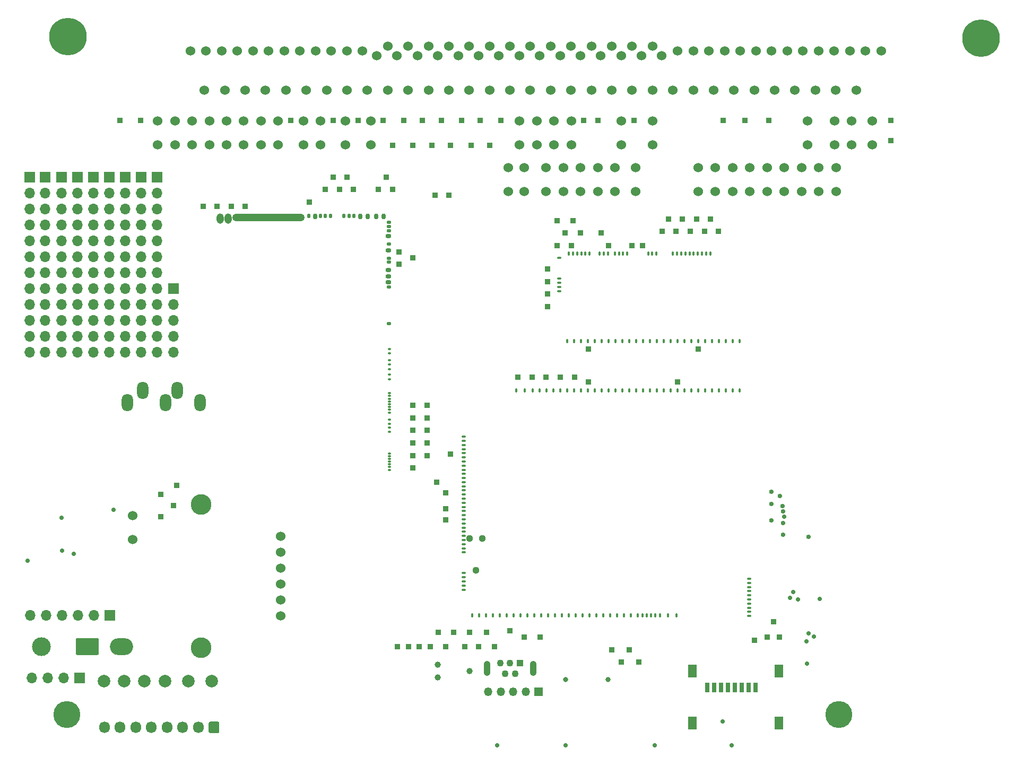
<source format=gbs>
G75*
G70*
%OFA0B0*%
%FSLAX25Y25*%
%IPPOS*%
%LPD*%
%AMOC8*
5,1,8,0,0,1.08239X$1,22.5*
%
%AMM218*
21,1,0.015350,0.009840,-0.000000,-0.000000,180.000000*
21,1,0.000000,0.025200,-0.000000,-0.000000,180.000000*
1,1,0.015350,-0.000000,0.004920*
1,1,0.015350,-0.000000,0.004920*
1,1,0.015350,-0.000000,-0.004920*
1,1,0.015350,-0.000000,-0.004920*
%
%AMM219*
21,1,0.015350,0.009840,-0.000000,-0.000000,270.000000*
21,1,0.000000,0.025200,-0.000000,-0.000000,270.000000*
1,1,0.015350,-0.004920,-0.000000*
1,1,0.015350,-0.004920,-0.000000*
1,1,0.015350,0.004920,-0.000000*
1,1,0.015350,0.004920,-0.000000*
%
%AMM324*
21,1,0.015350,0.009840,-0.000000,-0.000000,90.000000*
21,1,0.000000,0.025200,-0.000000,-0.000000,90.000000*
1,1,0.015350,0.004920,-0.000000*
1,1,0.015350,0.004920,-0.000000*
1,1,0.015350,-0.004920,-0.000000*
1,1,0.015350,-0.004920,-0.000000*
%
%ADD119O,0.04331X0.09449*%
%ADD127O,0.03937X0.05906*%
%ADD128C,0.02362*%
%ADD139O,0.07087X0.11024*%
%ADD142O,0.01575X0.02362*%
%ADD148O,0.03701X0.02913*%
%ADD156C,0.03150*%
%ADD163O,0.02913X0.02126*%
%ADD167O,0.02362X0.03150*%
%ADD169O,0.06693X0.07283*%
%ADD185O,0.04488X0.06457*%
%ADD189C,0.13000*%
%ADD196O,0.45433X0.04882*%
%ADD216C,0.23622*%
%ADD218R,0.05315X0.05315*%
%ADD220C,0.03900*%
%ADD228O,0.14567X0.10630*%
%ADD238O,0.03150X0.02362*%
%ADD239O,0.02362X0.01575*%
%ADD247R,0.03150X0.05906*%
%ADD251C,0.06000*%
%ADD261R,0.05709X0.07874*%
%ADD274C,0.04331*%
%ADD285O,0.06693X0.06693*%
%ADD287R,0.03346X0.03346*%
%ADD295R,0.04331X0.04331*%
%ADD299O,0.02126X0.01339*%
%ADD302O,0.05315X0.05315*%
%ADD31O,0.02913X0.03701*%
%ADD310O,0.01575X0.00787*%
%ADD39C,0.07874*%
%ADD427M218*%
%ADD428M219*%
%ADD45R,0.06693X0.06693*%
%ADD47O,0.44882X0.04331*%
%ADD558M324*%
%ADD63O,0.02126X0.02913*%
%ADD74C,0.11811*%
%ADD83C,0.02913*%
%ADD87C,0.16929*%
%ADD96C,0.04451*%
X0000000Y0000000D02*
%LPD*%
G01*
D216*
X0030050Y0448253D03*
X0603711Y0447268D03*
D251*
X0106861Y0439394D03*
X0126546Y0439394D03*
X0146231Y0439394D03*
X0165916Y0439394D03*
X0185601Y0439394D03*
X0205286Y0439394D03*
X0223987Y0436442D03*
X0236782Y0436442D03*
X0249577Y0436442D03*
X0262373Y0436442D03*
X0275168Y0436442D03*
X0287963Y0436442D03*
X0300758Y0436442D03*
X0313554Y0436442D03*
X0326349Y0436442D03*
X0339144Y0436442D03*
X0351940Y0436442D03*
X0364735Y0436442D03*
X0377530Y0436442D03*
X0390325Y0436442D03*
X0403121Y0436442D03*
X0422806Y0439394D03*
X0442491Y0439394D03*
X0462176Y0439394D03*
X0481861Y0439394D03*
X0501546Y0439394D03*
X0521231Y0439394D03*
X0540916Y0439394D03*
X0116703Y0439394D03*
X0136388Y0439394D03*
X0156073Y0439394D03*
X0175758Y0439394D03*
X0195444Y0439394D03*
X0215129Y0439394D03*
X0230877Y0442347D03*
X0243672Y0442347D03*
X0256467Y0442347D03*
X0269262Y0442347D03*
X0282058Y0442347D03*
X0294853Y0442347D03*
X0307648Y0442347D03*
X0320444Y0442347D03*
X0333239Y0442347D03*
X0346034Y0442347D03*
X0358829Y0442347D03*
X0371625Y0442347D03*
X0384420Y0442347D03*
X0397215Y0442347D03*
X0412963Y0439394D03*
X0432648Y0439394D03*
X0452333Y0439394D03*
X0472018Y0439394D03*
X0491703Y0439394D03*
X0511388Y0439394D03*
X0531073Y0439394D03*
X0115719Y0414788D03*
X0128514Y0414788D03*
X0141310Y0414788D03*
X0154105Y0414788D03*
X0166900Y0414788D03*
X0179695Y0414788D03*
X0192491Y0414788D03*
X0205286Y0414788D03*
X0218081Y0414788D03*
X0230877Y0414788D03*
X0243672Y0414788D03*
X0256467Y0414788D03*
X0269262Y0414788D03*
X0282058Y0414788D03*
X0294853Y0414788D03*
X0307648Y0414788D03*
X0320444Y0414788D03*
X0333239Y0414788D03*
X0346034Y0414788D03*
X0358829Y0414788D03*
X0371625Y0414788D03*
X0384420Y0414788D03*
X0397215Y0414788D03*
X0410010Y0414788D03*
X0422806Y0414788D03*
X0435601Y0414788D03*
X0448396Y0414788D03*
X0461192Y0414788D03*
X0473987Y0414788D03*
X0486782Y0414788D03*
X0499577Y0414788D03*
X0512373Y0414788D03*
X0525168Y0414788D03*
X0086324Y0395385D03*
X0086324Y0380385D03*
X0118804Y0395385D03*
X0118804Y0380385D03*
X0140458Y0395385D03*
X0140458Y0380385D03*
X0177859Y0395385D03*
X0177859Y0380385D03*
X0204434Y0395385D03*
X0204434Y0380385D03*
X0313686Y0395385D03*
X0313686Y0380385D03*
X0335340Y0395385D03*
X0335340Y0380385D03*
X0346166Y0395385D03*
X0346166Y0380385D03*
X0373725Y0365857D03*
X0373725Y0350857D03*
X0386521Y0365857D03*
X0386521Y0350857D03*
X0436718Y0365857D03*
X0436718Y0350857D03*
X0458371Y0365857D03*
X0458371Y0350857D03*
X0480025Y0365857D03*
X0480025Y0350857D03*
X0494788Y0395385D03*
X0494788Y0380385D03*
X0511521Y0395385D03*
X0511521Y0380385D03*
X0535143Y0395385D03*
X0535143Y0380385D03*
X0097151Y0395385D03*
X0097151Y0380385D03*
X0129631Y0395385D03*
X0129631Y0380385D03*
X0162111Y0395385D03*
X0162111Y0380385D03*
X0188686Y0395385D03*
X0188686Y0380385D03*
X0220182Y0395385D03*
X0220182Y0380385D03*
X0306796Y0365857D03*
X0306796Y0350857D03*
X0316639Y0365857D03*
X0316639Y0350857D03*
X0324513Y0395385D03*
X0324513Y0380385D03*
X0341245Y0365857D03*
X0341245Y0350857D03*
X0352072Y0365857D03*
X0352072Y0350857D03*
X0362899Y0365857D03*
X0362899Y0350857D03*
X0447544Y0365857D03*
X0447544Y0350857D03*
X0469198Y0365857D03*
X0469198Y0350857D03*
X0490851Y0365857D03*
X0490851Y0350857D03*
X0522347Y0395385D03*
X0522347Y0380385D03*
X0107977Y0395385D03*
X0107977Y0380385D03*
X0330418Y0365857D03*
X0330418Y0350857D03*
X0377662Y0395385D03*
X0377662Y0380385D03*
X0397347Y0395385D03*
X0397347Y0380385D03*
X0512505Y0365857D03*
X0512505Y0350857D03*
X0501678Y0365857D03*
X0501678Y0350857D03*
X0151284Y0395385D03*
X0151284Y0380385D03*
X0425891Y0365857D03*
X0425891Y0350857D03*
D45*
X0096363Y0289971D03*
D285*
X0096363Y0279971D03*
X0096363Y0269971D03*
X0096363Y0259971D03*
X0096363Y0249971D03*
D45*
X0005970Y0359971D03*
D285*
X0005970Y0349971D03*
X0005970Y0339971D03*
X0005970Y0329971D03*
X0005970Y0319971D03*
X0005970Y0309971D03*
X0005970Y0299971D03*
X0005970Y0289971D03*
X0005970Y0279971D03*
X0005970Y0269971D03*
X0005970Y0259971D03*
X0005970Y0249971D03*
D45*
X0015655Y0359971D03*
D285*
X0015655Y0349971D03*
X0015655Y0339971D03*
X0015655Y0329971D03*
X0015655Y0319971D03*
X0015655Y0309971D03*
X0015655Y0299971D03*
X0015655Y0289971D03*
X0015655Y0279971D03*
X0015655Y0269971D03*
X0015655Y0259971D03*
X0015655Y0249971D03*
D45*
X0025970Y0359971D03*
D285*
X0025970Y0349971D03*
X0025970Y0339971D03*
X0025970Y0329971D03*
X0025970Y0319971D03*
X0025970Y0309971D03*
X0025970Y0299971D03*
X0025970Y0289971D03*
X0025970Y0279971D03*
X0025970Y0269971D03*
X0025970Y0259971D03*
X0025970Y0249971D03*
D45*
X0035970Y0359971D03*
D285*
X0035970Y0349971D03*
X0035970Y0339971D03*
X0035970Y0329971D03*
X0035970Y0319971D03*
X0035970Y0309971D03*
X0035970Y0299971D03*
X0035970Y0289971D03*
X0035970Y0279971D03*
X0035970Y0269971D03*
X0035970Y0259971D03*
X0035970Y0249971D03*
D45*
X0045970Y0359971D03*
D285*
X0045970Y0349971D03*
X0045970Y0339971D03*
X0045970Y0329971D03*
X0045970Y0319971D03*
X0045970Y0309971D03*
X0045970Y0299971D03*
X0045970Y0289971D03*
X0045970Y0279971D03*
X0045970Y0269971D03*
X0045970Y0259971D03*
X0045970Y0249971D03*
D45*
X0055970Y0359971D03*
D285*
X0055970Y0349971D03*
X0055970Y0339971D03*
X0055970Y0329971D03*
X0055970Y0319971D03*
X0055970Y0309971D03*
X0055970Y0299971D03*
X0055970Y0289971D03*
X0055970Y0279971D03*
X0055970Y0269971D03*
X0055970Y0259971D03*
X0055970Y0249971D03*
D45*
X0065970Y0359971D03*
D285*
X0065970Y0349971D03*
X0065970Y0339971D03*
X0065970Y0329971D03*
X0065970Y0319971D03*
X0065970Y0309971D03*
X0065970Y0299971D03*
X0065970Y0289971D03*
X0065970Y0279971D03*
X0065970Y0269971D03*
X0065970Y0259971D03*
X0065970Y0249971D03*
D45*
X0075970Y0359971D03*
D285*
X0075970Y0349971D03*
X0075970Y0339971D03*
X0075970Y0329971D03*
X0075970Y0319971D03*
X0075970Y0309971D03*
X0075970Y0299971D03*
X0075970Y0289971D03*
X0075970Y0279971D03*
X0075970Y0269971D03*
X0075970Y0259971D03*
X0075970Y0249971D03*
D45*
X0085970Y0359971D03*
D285*
X0085970Y0349971D03*
X0085970Y0339971D03*
X0085970Y0329971D03*
X0085970Y0319971D03*
X0085970Y0309971D03*
X0085970Y0299971D03*
X0085970Y0289971D03*
X0085970Y0279971D03*
X0085970Y0269971D03*
X0085970Y0259971D03*
X0085970Y0249971D03*
D87*
X0514261Y0022294D03*
X0029261Y0022294D03*
D287*
X0205418Y0360134D03*
X0261521Y0168397D03*
X0331403Y0302255D03*
X0181796Y0344386D03*
X0237899Y0305208D03*
X0267426Y0144775D03*
X0391127Y0317008D03*
X0469198Y0070956D03*
X0236914Y0065050D03*
X0062702Y0395759D03*
D156*
X0369321Y0044159D03*
D287*
X0262505Y0073908D03*
X0246757Y0200877D03*
X0277269Y0395759D03*
X0250694Y0065050D03*
X0257584Y0065050D03*
X0337308Y0332767D03*
X0420970Y0325877D03*
X0264473Y0395759D03*
D39*
X0090907Y0043397D03*
D287*
X0293017Y0073908D03*
X0331403Y0278633D03*
X0191639Y0352260D03*
X0424907Y0333751D03*
X0294985Y0380011D03*
X0473135Y0080798D03*
X0369788Y0317019D03*
X0307781Y0074893D03*
D218*
X0325497Y0036507D03*
D302*
X0317623Y0036507D03*
X0309749Y0036507D03*
X0301875Y0036507D03*
X0294001Y0036507D03*
G36*
G01*
X0338194Y0288845D02*
X0339178Y0288845D01*
G75*
G02*
X0339670Y0288353I0000000J-000492D01*
G01*
X0339670Y0288353D01*
G75*
G02*
X0339178Y0287860I-000492J0000000D01*
G01*
X0338194Y0287860D01*
G75*
G02*
X0337702Y0288353I0000000J0000492D01*
G01*
X0337702Y0288353D01*
G75*
G02*
X0338194Y0288845I0000492J0000000D01*
G01*
G37*
G36*
G01*
X0338194Y0291443D02*
X0339178Y0291443D01*
G75*
G02*
X0339670Y0290951I0000000J-000492D01*
G01*
X0339670Y0290951D01*
G75*
G02*
X0339178Y0290459I-000492J0000000D01*
G01*
X0338194Y0290459D01*
G75*
G02*
X0337702Y0290951I0000000J0000492D01*
G01*
X0337702Y0290951D01*
G75*
G02*
X0338194Y0291443I0000492J0000000D01*
G01*
G37*
G36*
G01*
X0338194Y0294042D02*
X0339178Y0294042D01*
G75*
G02*
X0339670Y0293549I0000000J-000492D01*
G01*
X0339670Y0293549D01*
G75*
G02*
X0339178Y0293057I-000492J0000000D01*
G01*
X0338194Y0293057D01*
G75*
G02*
X0337702Y0293549I0000000J0000492D01*
G01*
X0337702Y0293549D01*
G75*
G02*
X0338194Y0294042I0000492J0000000D01*
G01*
G37*
G36*
G01*
X0338194Y0296640D02*
X0339178Y0296640D01*
G75*
G02*
X0339670Y0296148I0000000J-000492D01*
G01*
X0339670Y0296148D01*
G75*
G02*
X0339178Y0295656I-000492J0000000D01*
G01*
X0338194Y0295656D01*
G75*
G02*
X0337702Y0296148I0000000J0000492D01*
G01*
X0337702Y0296148D01*
G75*
G02*
X0338194Y0296640I0000492J0000000D01*
G01*
G37*
G36*
G01*
X0338194Y0309632D02*
X0339178Y0309632D01*
G75*
G02*
X0339670Y0309140I0000000J-000492D01*
G01*
X0339670Y0309140D01*
G75*
G02*
X0339178Y0308648I-000492J0000000D01*
G01*
X0338194Y0308648D01*
G75*
G02*
X0337702Y0309140I0000000J0000492D01*
G01*
X0337702Y0309140D01*
G75*
G02*
X0338194Y0309632I0000492J0000000D01*
G01*
G37*
G36*
G01*
X0451462Y0256487D02*
X0451462Y0257471D01*
G75*
G02*
X0451954Y0257964I0000492J0000000D01*
G01*
X0451954Y0257964D01*
G75*
G02*
X0452446Y0257471I0000000J-000492D01*
G01*
X0452446Y0256487D01*
G75*
G02*
X0451954Y0255995I-000492J0000000D01*
G01*
X0451954Y0255995D01*
G75*
G02*
X0451462Y0256487I0000000J0000492D01*
G01*
G37*
G36*
G01*
X0448115Y0257471D02*
X0448115Y0256487D01*
G75*
G02*
X0447623Y0255995I-000492J0000000D01*
G01*
X0447623Y0255995D01*
G75*
G02*
X0447131Y0256487I0000000J0000492D01*
G01*
X0447131Y0257471D01*
G75*
G02*
X0447623Y0257964I0000492J0000000D01*
G01*
X0447623Y0257964D01*
G75*
G02*
X0448115Y0257471I0000000J-000492D01*
G01*
G37*
G36*
G01*
X0443784Y0257471D02*
X0443784Y0256487D01*
G75*
G02*
X0443292Y0255995I-000492J0000000D01*
G01*
X0443292Y0255995D01*
G75*
G02*
X0442800Y0256487I0000000J0000492D01*
G01*
X0442800Y0257471D01*
G75*
G02*
X0443292Y0257964I0000492J0000000D01*
G01*
X0443292Y0257964D01*
G75*
G02*
X0443784Y0257471I0000000J-000492D01*
G01*
G37*
G36*
G01*
X0439454Y0257471D02*
X0439454Y0256487D01*
G75*
G02*
X0438962Y0255995I-000492J0000000D01*
G01*
X0438962Y0255995D01*
G75*
G02*
X0438469Y0256487I0000000J0000492D01*
G01*
X0438469Y0257471D01*
G75*
G02*
X0438962Y0257964I0000492J0000000D01*
G01*
X0438962Y0257964D01*
G75*
G02*
X0439454Y0257471I0000000J-000492D01*
G01*
G37*
G36*
G01*
X0435123Y0257471D02*
X0435123Y0256487D01*
G75*
G02*
X0434631Y0255995I-000492J0000000D01*
G01*
X0434631Y0255995D01*
G75*
G02*
X0434139Y0256487I0000000J0000492D01*
G01*
X0434139Y0257471D01*
G75*
G02*
X0434631Y0257964I0000492J0000000D01*
G01*
X0434631Y0257964D01*
G75*
G02*
X0435123Y0257471I0000000J-000492D01*
G01*
G37*
G36*
G01*
X0430792Y0257471D02*
X0430792Y0256487D01*
G75*
G02*
X0430300Y0255995I-000492J0000000D01*
G01*
X0430300Y0255995D01*
G75*
G02*
X0429808Y0256487I0000000J0000492D01*
G01*
X0429808Y0257471D01*
G75*
G02*
X0430300Y0257964I0000492J0000000D01*
G01*
X0430300Y0257964D01*
G75*
G02*
X0430792Y0257471I0000000J-000492D01*
G01*
G37*
G36*
G01*
X0426462Y0257471D02*
X0426462Y0256487D01*
G75*
G02*
X0425970Y0255995I-000492J0000000D01*
G01*
X0425970Y0255995D01*
G75*
G02*
X0425477Y0256487I0000000J0000492D01*
G01*
X0425477Y0257471D01*
G75*
G02*
X0425970Y0257964I0000492J0000000D01*
G01*
X0425970Y0257964D01*
G75*
G02*
X0426462Y0257471I0000000J-000492D01*
G01*
G37*
G36*
G01*
X0422131Y0257471D02*
X0422131Y0256487D01*
G75*
G02*
X0421639Y0255995I-000492J0000000D01*
G01*
X0421639Y0255995D01*
G75*
G02*
X0421147Y0256487I0000000J0000492D01*
G01*
X0421147Y0257471D01*
G75*
G02*
X0421639Y0257964I0000492J0000000D01*
G01*
X0421639Y0257964D01*
G75*
G02*
X0422131Y0257471I0000000J-000492D01*
G01*
G37*
G36*
G01*
X0417800Y0257471D02*
X0417800Y0256487D01*
G75*
G02*
X0417308Y0255995I-000492J0000000D01*
G01*
X0417308Y0255995D01*
G75*
G02*
X0416816Y0256487I0000000J0000492D01*
G01*
X0416816Y0257471D01*
G75*
G02*
X0417308Y0257964I0000492J0000000D01*
G01*
X0417308Y0257964D01*
G75*
G02*
X0417800Y0257471I0000000J-000492D01*
G01*
G37*
G36*
G01*
X0413470Y0257471D02*
X0413470Y0256487D01*
G75*
G02*
X0412977Y0255995I-000492J0000000D01*
G01*
X0412977Y0255995D01*
G75*
G02*
X0412485Y0256487I0000000J0000492D01*
G01*
X0412485Y0257471D01*
G75*
G02*
X0412977Y0257964I0000492J0000000D01*
G01*
X0412977Y0257964D01*
G75*
G02*
X0413470Y0257471I0000000J-000492D01*
G01*
G37*
G36*
G01*
X0409139Y0257471D02*
X0409139Y0256487D01*
G75*
G02*
X0408647Y0255995I-000492J0000000D01*
G01*
X0408647Y0255995D01*
G75*
G02*
X0408155Y0256487I0000000J0000492D01*
G01*
X0408155Y0257471D01*
G75*
G02*
X0408647Y0257964I0000492J0000000D01*
G01*
X0408647Y0257964D01*
G75*
G02*
X0409139Y0257471I0000000J-000492D01*
G01*
G37*
G36*
G01*
X0404808Y0257471D02*
X0404808Y0256487D01*
G75*
G02*
X0404316Y0255995I-000492J0000000D01*
G01*
X0404316Y0255995D01*
G75*
G02*
X0403824Y0256487I0000000J0000492D01*
G01*
X0403824Y0257471D01*
G75*
G02*
X0404316Y0257964I0000492J0000000D01*
G01*
X0404316Y0257964D01*
G75*
G02*
X0404808Y0257471I0000000J-000492D01*
G01*
G37*
G36*
G01*
X0400477Y0257471D02*
X0400477Y0256487D01*
G75*
G02*
X0399985Y0255995I-000492J0000000D01*
G01*
X0399985Y0255995D01*
G75*
G02*
X0399493Y0256487I0000000J0000492D01*
G01*
X0399493Y0257471D01*
G75*
G02*
X0399985Y0257964I0000492J0000000D01*
G01*
X0399985Y0257964D01*
G75*
G02*
X0400477Y0257471I0000000J-000492D01*
G01*
G37*
G36*
G01*
X0396147Y0257471D02*
X0396147Y0256487D01*
G75*
G02*
X0395655Y0255995I-000492J0000000D01*
G01*
X0395655Y0255995D01*
G75*
G02*
X0395162Y0256487I0000000J0000492D01*
G01*
X0395162Y0257471D01*
G75*
G02*
X0395655Y0257964I0000492J0000000D01*
G01*
X0395655Y0257964D01*
G75*
G02*
X0396147Y0257471I0000000J-000492D01*
G01*
G37*
G36*
G01*
X0391816Y0257471D02*
X0391816Y0256487D01*
G75*
G02*
X0391324Y0255995I-000492J0000000D01*
G01*
X0391324Y0255995D01*
G75*
G02*
X0390832Y0256487I0000000J0000492D01*
G01*
X0390832Y0257471D01*
G75*
G02*
X0391324Y0257964I0000492J0000000D01*
G01*
X0391324Y0257964D01*
G75*
G02*
X0391816Y0257471I0000000J-000492D01*
G01*
G37*
G36*
G01*
X0387485Y0257471D02*
X0387485Y0256487D01*
G75*
G02*
X0386993Y0255995I-000492J0000000D01*
G01*
X0386993Y0255995D01*
G75*
G02*
X0386501Y0256487I0000000J0000492D01*
G01*
X0386501Y0257471D01*
G75*
G02*
X0386993Y0257964I0000492J0000000D01*
G01*
X0386993Y0257964D01*
G75*
G02*
X0387485Y0257471I0000000J-000492D01*
G01*
G37*
G36*
G01*
X0383155Y0257471D02*
X0383155Y0256487D01*
G75*
G02*
X0382663Y0255995I-000492J0000000D01*
G01*
X0382663Y0255995D01*
G75*
G02*
X0382170Y0256487I0000000J0000492D01*
G01*
X0382170Y0257471D01*
G75*
G02*
X0382663Y0257964I0000492J0000000D01*
G01*
X0382663Y0257964D01*
G75*
G02*
X0383155Y0257471I0000000J-000492D01*
G01*
G37*
G36*
G01*
X0378824Y0257471D02*
X0378824Y0256487D01*
G75*
G02*
X0378332Y0255995I-000492J0000000D01*
G01*
X0378332Y0255995D01*
G75*
G02*
X0377840Y0256487I0000000J0000492D01*
G01*
X0377840Y0257471D01*
G75*
G02*
X0378332Y0257964I0000492J0000000D01*
G01*
X0378332Y0257964D01*
G75*
G02*
X0378824Y0257471I0000000J-000492D01*
G01*
G37*
G36*
G01*
X0374493Y0257471D02*
X0374493Y0256487D01*
G75*
G02*
X0374001Y0255995I-000492J0000000D01*
G01*
X0374001Y0255995D01*
G75*
G02*
X0373509Y0256487I0000000J0000492D01*
G01*
X0373509Y0257471D01*
G75*
G02*
X0374001Y0257964I0000492J0000000D01*
G01*
X0374001Y0257964D01*
G75*
G02*
X0374493Y0257471I0000000J-000492D01*
G01*
G37*
G36*
G01*
X0370163Y0257471D02*
X0370163Y0256487D01*
G75*
G02*
X0369670Y0255995I-000492J0000000D01*
G01*
X0369670Y0255995D01*
G75*
G02*
X0369178Y0256487I0000000J0000492D01*
G01*
X0369178Y0257471D01*
G75*
G02*
X0369670Y0257964I0000492J0000000D01*
G01*
X0369670Y0257964D01*
G75*
G02*
X0370163Y0257471I0000000J-000492D01*
G01*
G37*
G36*
G01*
X0365832Y0257471D02*
X0365832Y0256487D01*
G75*
G02*
X0365340Y0255995I-000492J0000000D01*
G01*
X0365340Y0255995D01*
G75*
G02*
X0364848Y0256487I0000000J0000492D01*
G01*
X0364848Y0257471D01*
G75*
G02*
X0365340Y0257964I0000492J0000000D01*
G01*
X0365340Y0257964D01*
G75*
G02*
X0365832Y0257471I0000000J-000492D01*
G01*
G37*
G36*
G01*
X0361501Y0257471D02*
X0361501Y0256487D01*
G75*
G02*
X0361009Y0255995I-000492J0000000D01*
G01*
X0361009Y0255995D01*
G75*
G02*
X0360517Y0256487I0000000J0000492D01*
G01*
X0360517Y0257471D01*
G75*
G02*
X0361009Y0257964I0000492J0000000D01*
G01*
X0361009Y0257964D01*
G75*
G02*
X0361501Y0257471I0000000J-000492D01*
G01*
G37*
G36*
G01*
X0357170Y0257471D02*
X0357170Y0256487D01*
G75*
G02*
X0356678Y0255995I-000492J0000000D01*
G01*
X0356678Y0255995D01*
G75*
G02*
X0356186Y0256487I0000000J0000492D01*
G01*
X0356186Y0257471D01*
G75*
G02*
X0356678Y0257964I0000492J0000000D01*
G01*
X0356678Y0257964D01*
G75*
G02*
X0357170Y0257471I0000000J-000492D01*
G01*
G37*
G36*
G01*
X0352840Y0257471D02*
X0352840Y0256487D01*
G75*
G02*
X0352348Y0255995I-000492J0000000D01*
G01*
X0352348Y0255995D01*
G75*
G02*
X0351855Y0256487I0000000J0000492D01*
G01*
X0351855Y0257471D01*
G75*
G02*
X0352348Y0257964I0000492J0000000D01*
G01*
X0352348Y0257964D01*
G75*
G02*
X0352840Y0257471I0000000J-000492D01*
G01*
G37*
G36*
G01*
X0348509Y0257471D02*
X0348509Y0256487D01*
G75*
G02*
X0348017Y0255995I-000492J0000000D01*
G01*
X0348017Y0255995D01*
G75*
G02*
X0347525Y0256487I0000000J0000492D01*
G01*
X0347525Y0257471D01*
G75*
G02*
X0348017Y0257964I0000492J0000000D01*
G01*
X0348017Y0257964D01*
G75*
G02*
X0348509Y0257471I0000000J-000492D01*
G01*
G37*
G36*
G01*
X0344178Y0257471D02*
X0344178Y0256487D01*
G75*
G02*
X0343686Y0255995I-000492J0000000D01*
G01*
X0343686Y0255995D01*
G75*
G02*
X0343194Y0256487I0000000J0000492D01*
G01*
X0343194Y0257471D01*
G75*
G02*
X0343686Y0257964I0000492J0000000D01*
G01*
X0343686Y0257964D01*
G75*
G02*
X0344178Y0257471I0000000J-000492D01*
G01*
G37*
G36*
G01*
X0345166Y0312440D02*
X0345166Y0311456D01*
G75*
G02*
X0344674Y0310964I-000492J0000000D01*
G01*
X0344674Y0310964D01*
G75*
G02*
X0344182Y0311456I0000000J0000492D01*
G01*
X0344182Y0312440D01*
G75*
G02*
X0344674Y0312932I0000492J0000000D01*
G01*
X0344674Y0312932D01*
G75*
G02*
X0345166Y0312440I0000000J-000492D01*
G01*
G37*
G36*
G01*
X0347765Y0312440D02*
X0347765Y0311456D01*
G75*
G02*
X0347273Y0310964I-000492J0000000D01*
G01*
X0347273Y0310964D01*
G75*
G02*
X0346780Y0311456I0000000J0000492D01*
G01*
X0346780Y0312440D01*
G75*
G02*
X0347273Y0312932I0000492J0000000D01*
G01*
X0347273Y0312932D01*
G75*
G02*
X0347765Y0312440I0000000J-000492D01*
G01*
G37*
G36*
G01*
X0350363Y0312440D02*
X0350363Y0311456D01*
G75*
G02*
X0349871Y0310964I-000492J0000000D01*
G01*
X0349871Y0310964D01*
G75*
G02*
X0349379Y0311456I0000000J0000492D01*
G01*
X0349379Y0312440D01*
G75*
G02*
X0349871Y0312932I0000492J0000000D01*
G01*
X0349871Y0312932D01*
G75*
G02*
X0350363Y0312440I0000000J-000492D01*
G01*
G37*
G36*
G01*
X0352962Y0312440D02*
X0352962Y0311456D01*
G75*
G02*
X0352469Y0310964I-000492J0000000D01*
G01*
X0352469Y0310964D01*
G75*
G02*
X0351977Y0311456I0000000J0000492D01*
G01*
X0351977Y0312440D01*
G75*
G02*
X0352469Y0312932I0000492J0000000D01*
G01*
X0352469Y0312932D01*
G75*
G02*
X0352962Y0312440I0000000J-000492D01*
G01*
G37*
G36*
G01*
X0355560Y0312440D02*
X0355560Y0311456D01*
G75*
G02*
X0355068Y0310964I-000492J0000000D01*
G01*
X0355068Y0310964D01*
G75*
G02*
X0354576Y0311456I0000000J0000492D01*
G01*
X0354576Y0312440D01*
G75*
G02*
X0355068Y0312932I0000492J0000000D01*
G01*
X0355068Y0312932D01*
G75*
G02*
X0355560Y0312440I0000000J-000492D01*
G01*
G37*
G36*
G01*
X0358158Y0312440D02*
X0358158Y0311456D01*
G75*
G02*
X0357666Y0310964I-000492J0000000D01*
G01*
X0357666Y0310964D01*
G75*
G02*
X0357174Y0311456I0000000J0000492D01*
G01*
X0357174Y0312440D01*
G75*
G02*
X0357666Y0312932I0000492J0000000D01*
G01*
X0357666Y0312932D01*
G75*
G02*
X0358158Y0312440I0000000J-000492D01*
G01*
G37*
G36*
G01*
X0364462Y0312440D02*
X0364462Y0311456D01*
G75*
G02*
X0363969Y0310964I-000492J0000000D01*
G01*
X0363969Y0310964D01*
G75*
G02*
X0363477Y0311456I0000000J0000492D01*
G01*
X0363477Y0312440D01*
G75*
G02*
X0363969Y0312932I0000492J0000000D01*
G01*
X0363969Y0312932D01*
G75*
G02*
X0364462Y0312440I0000000J-000492D01*
G01*
G37*
G36*
G01*
X0367060Y0312440D02*
X0367060Y0311456D01*
G75*
G02*
X0366568Y0310964I-000492J0000000D01*
G01*
X0366568Y0310964D01*
G75*
G02*
X0366076Y0311456I0000000J0000492D01*
G01*
X0366076Y0312440D01*
G75*
G02*
X0366568Y0312932I0000492J0000000D01*
G01*
X0366568Y0312932D01*
G75*
G02*
X0367060Y0312440I0000000J-000492D01*
G01*
G37*
G36*
G01*
X0369658Y0312440D02*
X0369658Y0311456D01*
G75*
G02*
X0369166Y0310964I-000492J0000000D01*
G01*
X0369166Y0310964D01*
G75*
G02*
X0368674Y0311456I0000000J0000492D01*
G01*
X0368674Y0312440D01*
G75*
G02*
X0369166Y0312932I0000492J0000000D01*
G01*
X0369166Y0312932D01*
G75*
G02*
X0369658Y0312440I0000000J-000492D01*
G01*
G37*
G36*
G01*
X0374071Y0312440D02*
X0374071Y0311456D01*
G75*
G02*
X0373579Y0310964I-000492J0000000D01*
G01*
X0373579Y0310964D01*
G75*
G02*
X0373087Y0311456I0000000J0000492D01*
G01*
X0373087Y0312440D01*
G75*
G02*
X0373579Y0312932I0000492J0000000D01*
G01*
X0373579Y0312932D01*
G75*
G02*
X0374071Y0312440I0000000J-000492D01*
G01*
G37*
G36*
G01*
X0376670Y0312440D02*
X0376670Y0311456D01*
G75*
G02*
X0376178Y0310964I-000492J0000000D01*
G01*
X0376178Y0310964D01*
G75*
G02*
X0375686Y0311456I0000000J0000492D01*
G01*
X0375686Y0312440D01*
G75*
G02*
X0376178Y0312932I0000492J0000000D01*
G01*
X0376178Y0312932D01*
G75*
G02*
X0376670Y0312440I0000000J-000492D01*
G01*
G37*
G36*
G01*
X0379268Y0312440D02*
X0379268Y0311456D01*
G75*
G02*
X0378776Y0310964I-000492J0000000D01*
G01*
X0378776Y0310964D01*
G75*
G02*
X0378284Y0311456I0000000J0000492D01*
G01*
X0378284Y0312440D01*
G75*
G02*
X0378776Y0312932I0000492J0000000D01*
G01*
X0378776Y0312932D01*
G75*
G02*
X0379268Y0312440I0000000J-000492D01*
G01*
G37*
G36*
G01*
X0381867Y0312440D02*
X0381867Y0311456D01*
G75*
G02*
X0381375Y0310964I-000492J0000000D01*
G01*
X0381375Y0310964D01*
G75*
G02*
X0380882Y0311456I0000000J0000492D01*
G01*
X0380882Y0312440D01*
G75*
G02*
X0381375Y0312932I0000492J0000000D01*
G01*
X0381375Y0312932D01*
G75*
G02*
X0381867Y0312440I0000000J-000492D01*
G01*
G37*
G36*
G01*
X0394962Y0312440D02*
X0394962Y0311456D01*
G75*
G02*
X0394469Y0310964I-000492J0000000D01*
G01*
X0394469Y0310964D01*
G75*
G02*
X0393977Y0311456I0000000J0000492D01*
G01*
X0393977Y0312440D01*
G75*
G02*
X0394469Y0312932I0000492J0000000D01*
G01*
X0394469Y0312932D01*
G75*
G02*
X0394962Y0312440I0000000J-000492D01*
G01*
G37*
G36*
G01*
X0397560Y0312440D02*
X0397560Y0311456D01*
G75*
G02*
X0397068Y0310964I-000492J0000000D01*
G01*
X0397068Y0310964D01*
G75*
G02*
X0396576Y0311456I0000000J0000492D01*
G01*
X0396576Y0312440D01*
G75*
G02*
X0397068Y0312932I0000492J0000000D01*
G01*
X0397068Y0312932D01*
G75*
G02*
X0397560Y0312440I0000000J-000492D01*
G01*
G37*
G36*
G01*
X0400158Y0312440D02*
X0400158Y0311456D01*
G75*
G02*
X0399666Y0310964I-000492J0000000D01*
G01*
X0399666Y0310964D01*
G75*
G02*
X0399174Y0311456I0000000J0000492D01*
G01*
X0399174Y0312440D01*
G75*
G02*
X0399666Y0312932I0000492J0000000D01*
G01*
X0399666Y0312932D01*
G75*
G02*
X0400158Y0312440I0000000J-000492D01*
G01*
G37*
G36*
G01*
X0410576Y0312440D02*
X0410576Y0311456D01*
G75*
G02*
X0410084Y0310964I-000492J0000000D01*
G01*
X0410084Y0310964D01*
G75*
G02*
X0409592Y0311456I0000000J0000492D01*
G01*
X0409592Y0312440D01*
G75*
G02*
X0410084Y0312932I0000492J0000000D01*
G01*
X0410084Y0312932D01*
G75*
G02*
X0410576Y0312440I0000000J-000492D01*
G01*
G37*
G36*
G01*
X0413174Y0312440D02*
X0413174Y0311456D01*
G75*
G02*
X0412682Y0310964I-000492J0000000D01*
G01*
X0412682Y0310964D01*
G75*
G02*
X0412190Y0311456I0000000J0000492D01*
G01*
X0412190Y0312440D01*
G75*
G02*
X0412682Y0312932I0000492J0000000D01*
G01*
X0412682Y0312932D01*
G75*
G02*
X0413174Y0312440I0000000J-000492D01*
G01*
G37*
G36*
G01*
X0415773Y0312440D02*
X0415773Y0311456D01*
G75*
G02*
X0415280Y0310964I-000492J0000000D01*
G01*
X0415280Y0310964D01*
G75*
G02*
X0414788Y0311456I0000000J0000492D01*
G01*
X0414788Y0312440D01*
G75*
G02*
X0415280Y0312932I0000492J0000000D01*
G01*
X0415280Y0312932D01*
G75*
G02*
X0415773Y0312440I0000000J-000492D01*
G01*
G37*
G36*
G01*
X0418371Y0312440D02*
X0418371Y0311456D01*
G75*
G02*
X0417879Y0310964I-000492J0000000D01*
G01*
X0417879Y0310964D01*
G75*
G02*
X0417387Y0311456I0000000J0000492D01*
G01*
X0417387Y0312440D01*
G75*
G02*
X0417879Y0312932I0000492J0000000D01*
G01*
X0417879Y0312932D01*
G75*
G02*
X0418371Y0312440I0000000J-000492D01*
G01*
G37*
G36*
G01*
X0420969Y0312440D02*
X0420969Y0311456D01*
G75*
G02*
X0420477Y0310964I-000492J0000000D01*
G01*
X0420477Y0310964D01*
G75*
G02*
X0419985Y0311456I0000000J0000492D01*
G01*
X0419985Y0312440D01*
G75*
G02*
X0420477Y0312932I0000492J0000000D01*
G01*
X0420477Y0312932D01*
G75*
G02*
X0420969Y0312440I0000000J-000492D01*
G01*
G37*
G36*
G01*
X0423568Y0312440D02*
X0423568Y0311456D01*
G75*
G02*
X0423076Y0310964I-000492J0000000D01*
G01*
X0423076Y0310964D01*
G75*
G02*
X0422584Y0311456I0000000J0000492D01*
G01*
X0422584Y0312440D01*
G75*
G02*
X0423076Y0312932I0000492J0000000D01*
G01*
X0423076Y0312932D01*
G75*
G02*
X0423568Y0312440I0000000J-000492D01*
G01*
G37*
G36*
G01*
X0426166Y0312440D02*
X0426166Y0311456D01*
G75*
G02*
X0425674Y0310964I-000492J0000000D01*
G01*
X0425674Y0310964D01*
G75*
G02*
X0425182Y0311456I0000000J0000492D01*
G01*
X0425182Y0312440D01*
G75*
G02*
X0425674Y0312932I0000492J0000000D01*
G01*
X0425674Y0312932D01*
G75*
G02*
X0426166Y0312440I0000000J-000492D01*
G01*
G37*
G36*
G01*
X0428765Y0312440D02*
X0428765Y0311456D01*
G75*
G02*
X0428273Y0310964I-000492J0000000D01*
G01*
X0428273Y0310964D01*
G75*
G02*
X0427781Y0311456I0000000J0000492D01*
G01*
X0427781Y0312440D01*
G75*
G02*
X0428273Y0312932I0000492J0000000D01*
G01*
X0428273Y0312932D01*
G75*
G02*
X0428765Y0312440I0000000J-000492D01*
G01*
G37*
G36*
G01*
X0431363Y0312440D02*
X0431363Y0311456D01*
G75*
G02*
X0430871Y0310964I-000492J0000000D01*
G01*
X0430871Y0310964D01*
G75*
G02*
X0430379Y0311456I0000000J0000492D01*
G01*
X0430379Y0312440D01*
G75*
G02*
X0430871Y0312932I0000492J0000000D01*
G01*
X0430871Y0312932D01*
G75*
G02*
X0431363Y0312440I0000000J-000492D01*
G01*
G37*
G36*
G01*
X0433962Y0312440D02*
X0433962Y0311456D01*
G75*
G02*
X0433470Y0310964I-000492J0000000D01*
G01*
X0433470Y0310964D01*
G75*
G02*
X0432977Y0311456I0000000J0000492D01*
G01*
X0432977Y0312440D01*
G75*
G02*
X0433470Y0312932I0000492J0000000D01*
G01*
X0433470Y0312932D01*
G75*
G02*
X0433962Y0312440I0000000J-000492D01*
G01*
G37*
D287*
X0288095Y0065050D03*
X0384237Y0317008D03*
X0255615Y0200877D03*
X0429828Y0325877D03*
X0243804Y0065050D03*
X0356993Y0252058D03*
X0225103Y0352260D03*
X0413095Y0231389D03*
X0228056Y0395759D03*
X0297938Y0065050D03*
X0455418Y0395759D03*
X0352072Y0324893D03*
X0326481Y0070956D03*
X0331403Y0294381D03*
X0416048Y0333751D03*
X0230025Y0360134D03*
X0337308Y0317019D03*
X0255615Y0193003D03*
X0141442Y0341625D03*
X0233962Y0352260D03*
X0246757Y0208751D03*
D295*
X0314080Y0054716D03*
D274*
X0310930Y0047826D03*
X0307781Y0054716D03*
X0304631Y0047826D03*
X0301481Y0054716D03*
D119*
X0322151Y0051271D03*
X0293410Y0051271D03*
D287*
X0403253Y0325877D03*
X0196560Y0395759D03*
X0255615Y0208751D03*
X0289080Y0395759D03*
X0301875Y0395759D03*
D128*
X0495281Y0073416D03*
X0498725Y0071349D03*
X0494099Y0068397D03*
X0494395Y0054420D03*
D39*
X0065317Y0043397D03*
D287*
X0342229Y0324893D03*
D39*
X0105671Y0043397D03*
G36*
G01*
X0278147Y0101271D02*
X0279131Y0101271D01*
G75*
G02*
X0279623Y0100779I0000000J-000492D01*
G01*
X0279623Y0100779D01*
G75*
G02*
X0279131Y0100286I-000492J0000000D01*
G01*
X0278147Y0100286D01*
G75*
G02*
X0277655Y0100779I0000000J0000492D01*
G01*
X0277655Y0100779D01*
G75*
G02*
X0278147Y0101271I0000492J0000000D01*
G01*
G37*
G36*
G01*
X0279131Y0102885D02*
X0278147Y0102885D01*
G75*
G02*
X0277655Y0103377I0000000J0000492D01*
G01*
X0277655Y0103377D01*
G75*
G02*
X0278147Y0103869I0000492J0000000D01*
G01*
X0279131Y0103869D01*
G75*
G02*
X0279623Y0103377I0000000J-000492D01*
G01*
X0279623Y0103377D01*
G75*
G02*
X0279131Y0102885I-000492J0000000D01*
G01*
G37*
G36*
G01*
X0279131Y0105483D02*
X0278147Y0105483D01*
G75*
G02*
X0277655Y0105975I0000000J0000492D01*
G01*
X0277655Y0105975D01*
G75*
G02*
X0278147Y0106468I0000492J0000000D01*
G01*
X0279131Y0106468D01*
G75*
G02*
X0279623Y0105975I0000000J-000492D01*
G01*
X0279623Y0105975D01*
G75*
G02*
X0279131Y0105483I-000492J0000000D01*
G01*
G37*
G36*
G01*
X0279131Y0108082D02*
X0278147Y0108082D01*
G75*
G02*
X0277655Y0108574I0000000J0000492D01*
G01*
X0277655Y0108574D01*
G75*
G02*
X0278147Y0109066I0000492J0000000D01*
G01*
X0279131Y0109066D01*
G75*
G02*
X0279623Y0108574I0000000J-000492D01*
G01*
X0279623Y0108574D01*
G75*
G02*
X0279131Y0108082I-000492J0000000D01*
G01*
G37*
G36*
G01*
X0279131Y0110680D02*
X0278147Y0110680D01*
G75*
G02*
X0277655Y0111172I0000000J0000492D01*
G01*
X0277655Y0111172D01*
G75*
G02*
X0278147Y0111664I0000492J0000000D01*
G01*
X0279131Y0111664D01*
G75*
G02*
X0279623Y0111172I0000000J-000492D01*
G01*
X0279623Y0111172D01*
G75*
G02*
X0279131Y0110680I-000492J0000000D01*
G01*
G37*
G36*
G01*
X0279131Y0123672D02*
X0278147Y0123672D01*
G75*
G02*
X0277655Y0124164I0000000J0000492D01*
G01*
X0277655Y0124164D01*
G75*
G02*
X0278147Y0124656I0000492J0000000D01*
G01*
X0279131Y0124656D01*
G75*
G02*
X0279623Y0124164I0000000J-000492D01*
G01*
X0279623Y0124164D01*
G75*
G02*
X0279131Y0123672I-000492J0000000D01*
G01*
G37*
G36*
G01*
X0279131Y0126271D02*
X0278147Y0126271D01*
G75*
G02*
X0277655Y0126763I0000000J0000492D01*
G01*
X0277655Y0126763D01*
G75*
G02*
X0278147Y0127255I0000492J0000000D01*
G01*
X0279131Y0127255D01*
G75*
G02*
X0279623Y0126763I0000000J-000492D01*
G01*
X0279623Y0126763D01*
G75*
G02*
X0279131Y0126271I-000492J0000000D01*
G01*
G37*
G36*
G01*
X0279131Y0128869D02*
X0278147Y0128869D01*
G75*
G02*
X0277655Y0129361I0000000J0000492D01*
G01*
X0277655Y0129361D01*
G75*
G02*
X0278147Y0129853I0000492J0000000D01*
G01*
X0279131Y0129853D01*
G75*
G02*
X0279623Y0129361I0000000J-000492D01*
G01*
X0279623Y0129361D01*
G75*
G02*
X0279131Y0128869I-000492J0000000D01*
G01*
G37*
G36*
G01*
X0279131Y0131468D02*
X0278147Y0131468D01*
G75*
G02*
X0277655Y0131960I0000000J0000492D01*
G01*
X0277655Y0131960D01*
G75*
G02*
X0278147Y0132452I0000492J0000000D01*
G01*
X0279131Y0132452D01*
G75*
G02*
X0279623Y0131960I0000000J-000492D01*
G01*
X0279623Y0131960D01*
G75*
G02*
X0279131Y0131468I-000492J0000000D01*
G01*
G37*
G36*
G01*
X0279131Y0134066D02*
X0278147Y0134066D01*
G75*
G02*
X0277655Y0134558I0000000J0000492D01*
G01*
X0277655Y0134558D01*
G75*
G02*
X0278147Y0135050I0000492J0000000D01*
G01*
X0279131Y0135050D01*
G75*
G02*
X0279623Y0134558I0000000J-000492D01*
G01*
X0279623Y0134558D01*
G75*
G02*
X0279131Y0134066I-000492J0000000D01*
G01*
G37*
G36*
G01*
X0279131Y0136664D02*
X0278147Y0136664D01*
G75*
G02*
X0277655Y0137156I0000000J0000492D01*
G01*
X0277655Y0137156D01*
G75*
G02*
X0278147Y0137649I0000492J0000000D01*
G01*
X0279131Y0137649D01*
G75*
G02*
X0279623Y0137156I0000000J-000492D01*
G01*
X0279623Y0137156D01*
G75*
G02*
X0279131Y0136664I-000492J0000000D01*
G01*
G37*
G36*
G01*
X0279131Y0139263D02*
X0278147Y0139263D01*
G75*
G02*
X0277655Y0139755I0000000J0000492D01*
G01*
X0277655Y0139755D01*
G75*
G02*
X0278147Y0140247I0000492J0000000D01*
G01*
X0279131Y0140247D01*
G75*
G02*
X0279623Y0139755I0000000J-000492D01*
G01*
X0279623Y0139755D01*
G75*
G02*
X0279131Y0139263I-000492J0000000D01*
G01*
G37*
G36*
G01*
X0279131Y0141861D02*
X0278147Y0141861D01*
G75*
G02*
X0277655Y0142353I0000000J0000492D01*
G01*
X0277655Y0142353D01*
G75*
G02*
X0278147Y0142845I0000492J0000000D01*
G01*
X0279131Y0142845D01*
G75*
G02*
X0279623Y0142353I0000000J-000492D01*
G01*
X0279623Y0142353D01*
G75*
G02*
X0279131Y0141861I-000492J0000000D01*
G01*
G37*
G36*
G01*
X0279131Y0144460D02*
X0278147Y0144460D01*
G75*
G02*
X0277655Y0144952I0000000J0000492D01*
G01*
X0277655Y0144952D01*
G75*
G02*
X0278147Y0145444I0000492J0000000D01*
G01*
X0279131Y0145444D01*
G75*
G02*
X0279623Y0144952I0000000J-000492D01*
G01*
X0279623Y0144952D01*
G75*
G02*
X0279131Y0144460I-000492J0000000D01*
G01*
G37*
G36*
G01*
X0279131Y0147058D02*
X0278147Y0147058D01*
G75*
G02*
X0277655Y0147550I0000000J0000492D01*
G01*
X0277655Y0147550D01*
G75*
G02*
X0278147Y0148042I0000492J0000000D01*
G01*
X0279131Y0148042D01*
G75*
G02*
X0279623Y0147550I0000000J-000492D01*
G01*
X0279623Y0147550D01*
G75*
G02*
X0279131Y0147058I-000492J0000000D01*
G01*
G37*
G36*
G01*
X0279131Y0149657D02*
X0278147Y0149657D01*
G75*
G02*
X0277655Y0150149I0000000J0000492D01*
G01*
X0277655Y0150149D01*
G75*
G02*
X0278147Y0150641I0000492J0000000D01*
G01*
X0279131Y0150641D01*
G75*
G02*
X0279623Y0150149I0000000J-000492D01*
G01*
X0279623Y0150149D01*
G75*
G02*
X0279131Y0149657I-000492J0000000D01*
G01*
G37*
G36*
G01*
X0279131Y0152255D02*
X0278147Y0152255D01*
G75*
G02*
X0277655Y0152747I0000000J0000492D01*
G01*
X0277655Y0152747D01*
G75*
G02*
X0278147Y0153239I0000492J0000000D01*
G01*
X0279131Y0153239D01*
G75*
G02*
X0279623Y0152747I0000000J-000492D01*
G01*
X0279623Y0152747D01*
G75*
G02*
X0279131Y0152255I-000492J0000000D01*
G01*
G37*
G36*
G01*
X0279131Y0154853D02*
X0278147Y0154853D01*
G75*
G02*
X0277655Y0155345I0000000J0000492D01*
G01*
X0277655Y0155345D01*
G75*
G02*
X0278147Y0155838I0000492J0000000D01*
G01*
X0279131Y0155838D01*
G75*
G02*
X0279623Y0155345I0000000J-000492D01*
G01*
X0279623Y0155345D01*
G75*
G02*
X0279131Y0154853I-000492J0000000D01*
G01*
G37*
G36*
G01*
X0279131Y0157452D02*
X0278147Y0157452D01*
G75*
G02*
X0277655Y0157944I0000000J0000492D01*
G01*
X0277655Y0157944D01*
G75*
G02*
X0278147Y0158436I0000492J0000000D01*
G01*
X0279131Y0158436D01*
G75*
G02*
X0279623Y0157944I0000000J-000492D01*
G01*
X0279623Y0157944D01*
G75*
G02*
X0279131Y0157452I-000492J0000000D01*
G01*
G37*
G36*
G01*
X0279131Y0160050D02*
X0278147Y0160050D01*
G75*
G02*
X0277655Y0160542I0000000J0000492D01*
G01*
X0277655Y0160542D01*
G75*
G02*
X0278147Y0161034I0000492J0000000D01*
G01*
X0279131Y0161034D01*
G75*
G02*
X0279623Y0160542I0000000J-000492D01*
G01*
X0279623Y0160542D01*
G75*
G02*
X0279131Y0160050I-000492J0000000D01*
G01*
G37*
G36*
G01*
X0279131Y0162649D02*
X0278147Y0162649D01*
G75*
G02*
X0277655Y0163141I0000000J0000492D01*
G01*
X0277655Y0163141D01*
G75*
G02*
X0278147Y0163633I0000492J0000000D01*
G01*
X0279131Y0163633D01*
G75*
G02*
X0279623Y0163141I0000000J-000492D01*
G01*
X0279623Y0163141D01*
G75*
G02*
X0279131Y0162649I-000492J0000000D01*
G01*
G37*
G36*
G01*
X0279131Y0165247D02*
X0278147Y0165247D01*
G75*
G02*
X0277655Y0165739I0000000J0000492D01*
G01*
X0277655Y0165739D01*
G75*
G02*
X0278147Y0166231I0000492J0000000D01*
G01*
X0279131Y0166231D01*
G75*
G02*
X0279623Y0165739I0000000J-000492D01*
G01*
X0279623Y0165739D01*
G75*
G02*
X0279131Y0165247I-000492J0000000D01*
G01*
G37*
G36*
G01*
X0279131Y0167845D02*
X0278147Y0167845D01*
G75*
G02*
X0277655Y0168338I0000000J0000492D01*
G01*
X0277655Y0168338D01*
G75*
G02*
X0278147Y0168830I0000492J0000000D01*
G01*
X0279131Y0168830D01*
G75*
G02*
X0279623Y0168338I0000000J-000492D01*
G01*
X0279623Y0168338D01*
G75*
G02*
X0279131Y0167845I-000492J0000000D01*
G01*
G37*
G36*
G01*
X0279131Y0170444D02*
X0278147Y0170444D01*
G75*
G02*
X0277655Y0170936I0000000J0000492D01*
G01*
X0277655Y0170936D01*
G75*
G02*
X0278147Y0171428I0000492J0000000D01*
G01*
X0279131Y0171428D01*
G75*
G02*
X0279623Y0170936I0000000J-000492D01*
G01*
X0279623Y0170936D01*
G75*
G02*
X0279131Y0170444I-000492J0000000D01*
G01*
G37*
G36*
G01*
X0279131Y0173042D02*
X0278147Y0173042D01*
G75*
G02*
X0277655Y0173534I0000000J0000492D01*
G01*
X0277655Y0173534D01*
G75*
G02*
X0278147Y0174027I0000492J0000000D01*
G01*
X0279131Y0174027D01*
G75*
G02*
X0279623Y0173534I0000000J-000492D01*
G01*
X0279623Y0173534D01*
G75*
G02*
X0279131Y0173042I-000492J0000000D01*
G01*
G37*
G36*
G01*
X0279131Y0175641D02*
X0278147Y0175641D01*
G75*
G02*
X0277655Y0176133I0000000J0000492D01*
G01*
X0277655Y0176133D01*
G75*
G02*
X0278147Y0176625I0000492J0000000D01*
G01*
X0279131Y0176625D01*
G75*
G02*
X0279623Y0176133I0000000J-000492D01*
G01*
X0279623Y0176133D01*
G75*
G02*
X0279131Y0175641I-000492J0000000D01*
G01*
G37*
G36*
G01*
X0279131Y0178239D02*
X0278147Y0178239D01*
G75*
G02*
X0277655Y0178731I0000000J0000492D01*
G01*
X0277655Y0178731D01*
G75*
G02*
X0278147Y0179223I0000492J0000000D01*
G01*
X0279131Y0179223D01*
G75*
G02*
X0279623Y0178731I0000000J-000492D01*
G01*
X0279623Y0178731D01*
G75*
G02*
X0279131Y0178239I-000492J0000000D01*
G01*
G37*
G36*
G01*
X0279131Y0180838D02*
X0278147Y0180838D01*
G75*
G02*
X0277655Y0181330I0000000J0000492D01*
G01*
X0277655Y0181330D01*
G75*
G02*
X0278147Y0181822I0000492J0000000D01*
G01*
X0279131Y0181822D01*
G75*
G02*
X0279623Y0181330I0000000J-000492D01*
G01*
X0279623Y0181330D01*
G75*
G02*
X0279131Y0180838I-000492J0000000D01*
G01*
G37*
G36*
G01*
X0279131Y0183436D02*
X0278147Y0183436D01*
G75*
G02*
X0277655Y0183928I0000000J0000492D01*
G01*
X0277655Y0183928D01*
G75*
G02*
X0278147Y0184420I0000492J0000000D01*
G01*
X0279131Y0184420D01*
G75*
G02*
X0279623Y0183928I0000000J-000492D01*
G01*
X0279623Y0183928D01*
G75*
G02*
X0279131Y0183436I-000492J0000000D01*
G01*
G37*
G36*
G01*
X0279131Y0186034D02*
X0278147Y0186034D01*
G75*
G02*
X0277655Y0186527I0000000J0000492D01*
G01*
X0277655Y0186527D01*
G75*
G02*
X0278147Y0187019I0000492J0000000D01*
G01*
X0279131Y0187019D01*
G75*
G02*
X0279623Y0186527I0000000J-000492D01*
G01*
X0279623Y0186527D01*
G75*
G02*
X0279131Y0186034I-000492J0000000D01*
G01*
G37*
G36*
G01*
X0279131Y0188633D02*
X0278147Y0188633D01*
G75*
G02*
X0277655Y0189125I0000000J0000492D01*
G01*
X0277655Y0189125D01*
G75*
G02*
X0278147Y0189617I0000492J0000000D01*
G01*
X0279131Y0189617D01*
G75*
G02*
X0279623Y0189125I0000000J-000492D01*
G01*
X0279623Y0189125D01*
G75*
G02*
X0279131Y0188633I-000492J0000000D01*
G01*
G37*
G36*
G01*
X0279131Y0191231D02*
X0278147Y0191231D01*
G75*
G02*
X0277655Y0191723I0000000J0000492D01*
G01*
X0277655Y0191723D01*
G75*
G02*
X0278147Y0192216I0000492J0000000D01*
G01*
X0279131Y0192216D01*
G75*
G02*
X0279623Y0191723I0000000J-000492D01*
G01*
X0279623Y0191723D01*
G75*
G02*
X0279131Y0191231I-000492J0000000D01*
G01*
G37*
G36*
G01*
X0279131Y0193830D02*
X0278147Y0193830D01*
G75*
G02*
X0277655Y0194322I0000000J0000492D01*
G01*
X0277655Y0194322D01*
G75*
G02*
X0278147Y0194814I0000492J0000000D01*
G01*
X0279131Y0194814D01*
G75*
G02*
X0279623Y0194322I0000000J-000492D01*
G01*
X0279623Y0194322D01*
G75*
G02*
X0279131Y0193830I-000492J0000000D01*
G01*
G37*
G36*
G01*
X0279131Y0196428D02*
X0278147Y0196428D01*
G75*
G02*
X0277655Y0196920I0000000J0000492D01*
G01*
X0277655Y0196920D01*
G75*
G02*
X0278147Y0197412I0000492J0000000D01*
G01*
X0279131Y0197412D01*
G75*
G02*
X0279623Y0196920I0000000J-000492D01*
G01*
X0279623Y0196920D01*
G75*
G02*
X0279131Y0196428I-000492J0000000D01*
G01*
G37*
G36*
G01*
X0411796Y0084038D02*
X0411796Y0085023D01*
G75*
G02*
X0412288Y0085515I0000492J0000000D01*
G01*
X0412288Y0085515D01*
G75*
G02*
X0412781Y0085023I0000000J-000492D01*
G01*
X0412781Y0084038D01*
G75*
G02*
X0412288Y0083546I-000492J0000000D01*
G01*
X0412288Y0083546D01*
G75*
G02*
X0411796Y0084038I0000000J0000492D01*
G01*
G37*
G36*
G01*
X0407584Y0085023D02*
X0407584Y0084038D01*
G75*
G02*
X0407092Y0083546I-000492J0000000D01*
G01*
X0407092Y0083546D01*
G75*
G02*
X0406599Y0084038I0000000J0000492D01*
G01*
X0406599Y0085023D01*
G75*
G02*
X0407092Y0085515I0000492J0000000D01*
G01*
X0407092Y0085515D01*
G75*
G02*
X0407584Y0085023I0000000J-000492D01*
G01*
G37*
G36*
G01*
X0402387Y0085023D02*
X0402387Y0084038D01*
G75*
G02*
X0401895Y0083546I-000492J0000000D01*
G01*
X0401895Y0083546D01*
G75*
G02*
X0401403Y0084038I0000000J0000492D01*
G01*
X0401403Y0085023D01*
G75*
G02*
X0401895Y0085515I0000492J0000000D01*
G01*
X0401895Y0085515D01*
G75*
G02*
X0402387Y0085023I0000000J-000492D01*
G01*
G37*
G36*
G01*
X0399395Y0085023D02*
X0399395Y0084038D01*
G75*
G02*
X0398903Y0083546I-000492J0000000D01*
G01*
X0398903Y0083546D01*
G75*
G02*
X0398410Y0084038I0000000J0000492D01*
G01*
X0398410Y0085023D01*
G75*
G02*
X0398903Y0085515I0000492J0000000D01*
G01*
X0398903Y0085515D01*
G75*
G02*
X0399395Y0085023I0000000J-000492D01*
G01*
G37*
G36*
G01*
X0396777Y0085023D02*
X0396777Y0084038D01*
G75*
G02*
X0396284Y0083546I-000492J0000000D01*
G01*
X0396284Y0083546D01*
G75*
G02*
X0395792Y0084038I0000000J0000492D01*
G01*
X0395792Y0085023D01*
G75*
G02*
X0396284Y0085515I0000492J0000000D01*
G01*
X0396284Y0085515D01*
G75*
G02*
X0396777Y0085023I0000000J-000492D01*
G01*
G37*
G36*
G01*
X0394158Y0085023D02*
X0394158Y0084038D01*
G75*
G02*
X0393666Y0083546I-000492J0000000D01*
G01*
X0393666Y0083546D01*
G75*
G02*
X0393174Y0084038I0000000J0000492D01*
G01*
X0393174Y0085023D01*
G75*
G02*
X0393666Y0085515I0000492J0000000D01*
G01*
X0393666Y0085515D01*
G75*
G02*
X0394158Y0085023I0000000J-000492D01*
G01*
G37*
G36*
G01*
X0391540Y0085023D02*
X0391540Y0084038D01*
G75*
G02*
X0391048Y0083546I-000492J0000000D01*
G01*
X0391048Y0083546D01*
G75*
G02*
X0390556Y0084038I0000000J0000492D01*
G01*
X0390556Y0085023D01*
G75*
G02*
X0391048Y0085515I0000492J0000000D01*
G01*
X0391048Y0085515D01*
G75*
G02*
X0391540Y0085023I0000000J-000492D01*
G01*
G37*
G36*
G01*
X0388489Y0085023D02*
X0388489Y0084038D01*
G75*
G02*
X0387997Y0083546I-000492J0000000D01*
G01*
X0387997Y0083546D01*
G75*
G02*
X0387505Y0084038I0000000J0000492D01*
G01*
X0387505Y0085023D01*
G75*
G02*
X0387997Y0085515I0000492J0000000D01*
G01*
X0387997Y0085515D01*
G75*
G02*
X0388489Y0085023I0000000J-000492D01*
G01*
G37*
G36*
G01*
X0384158Y0085023D02*
X0384158Y0084038D01*
G75*
G02*
X0383666Y0083546I-000492J0000000D01*
G01*
X0383666Y0083546D01*
G75*
G02*
X0383174Y0084038I0000000J0000492D01*
G01*
X0383174Y0085023D01*
G75*
G02*
X0383666Y0085515I0000492J0000000D01*
G01*
X0383666Y0085515D01*
G75*
G02*
X0384158Y0085023I0000000J-000492D01*
G01*
G37*
G36*
G01*
X0379828Y0085023D02*
X0379828Y0084038D01*
G75*
G02*
X0379336Y0083546I-000492J0000000D01*
G01*
X0379336Y0083546D01*
G75*
G02*
X0378844Y0084038I0000000J0000492D01*
G01*
X0378844Y0085023D01*
G75*
G02*
X0379336Y0085515I0000492J0000000D01*
G01*
X0379336Y0085515D01*
G75*
G02*
X0379828Y0085023I0000000J-000492D01*
G01*
G37*
G36*
G01*
X0375497Y0085023D02*
X0375497Y0084038D01*
G75*
G02*
X0375005Y0083546I-000492J0000000D01*
G01*
X0375005Y0083546D01*
G75*
G02*
X0374513Y0084038I0000000J0000492D01*
G01*
X0374513Y0085023D01*
G75*
G02*
X0375005Y0085515I0000492J0000000D01*
G01*
X0375005Y0085515D01*
G75*
G02*
X0375497Y0085023I0000000J-000492D01*
G01*
G37*
G36*
G01*
X0371166Y0085023D02*
X0371166Y0084038D01*
G75*
G02*
X0370674Y0083546I-000492J0000000D01*
G01*
X0370674Y0083546D01*
G75*
G02*
X0370182Y0084038I0000000J0000492D01*
G01*
X0370182Y0085023D01*
G75*
G02*
X0370674Y0085515I0000492J0000000D01*
G01*
X0370674Y0085515D01*
G75*
G02*
X0371166Y0085023I0000000J-000492D01*
G01*
G37*
G36*
G01*
X0366836Y0085023D02*
X0366836Y0084038D01*
G75*
G02*
X0366344Y0083546I-000492J0000000D01*
G01*
X0366344Y0083546D01*
G75*
G02*
X0365851Y0084038I0000000J0000492D01*
G01*
X0365851Y0085023D01*
G75*
G02*
X0366344Y0085515I0000492J0000000D01*
G01*
X0366344Y0085515D01*
G75*
G02*
X0366836Y0085023I0000000J-000492D01*
G01*
G37*
G36*
G01*
X0362505Y0085023D02*
X0362505Y0084038D01*
G75*
G02*
X0362013Y0083546I-000492J0000000D01*
G01*
X0362013Y0083546D01*
G75*
G02*
X0361521Y0084038I0000000J0000492D01*
G01*
X0361521Y0085023D01*
G75*
G02*
X0362013Y0085515I0000492J0000000D01*
G01*
X0362013Y0085515D01*
G75*
G02*
X0362505Y0085023I0000000J-000492D01*
G01*
G37*
G36*
G01*
X0358174Y0085023D02*
X0358174Y0084038D01*
G75*
G02*
X0357682Y0083546I-000492J0000000D01*
G01*
X0357682Y0083546D01*
G75*
G02*
X0357190Y0084038I0000000J0000492D01*
G01*
X0357190Y0085023D01*
G75*
G02*
X0357682Y0085515I0000492J0000000D01*
G01*
X0357682Y0085515D01*
G75*
G02*
X0358174Y0085023I0000000J-000492D01*
G01*
G37*
G36*
G01*
X0353844Y0085023D02*
X0353844Y0084038D01*
G75*
G02*
X0353351Y0083546I-000492J0000000D01*
G01*
X0353351Y0083546D01*
G75*
G02*
X0352859Y0084038I0000000J0000492D01*
G01*
X0352859Y0085023D01*
G75*
G02*
X0353351Y0085515I0000492J0000000D01*
G01*
X0353351Y0085515D01*
G75*
G02*
X0353844Y0085023I0000000J-000492D01*
G01*
G37*
G36*
G01*
X0349513Y0085023D02*
X0349513Y0084038D01*
G75*
G02*
X0349021Y0083546I-000492J0000000D01*
G01*
X0349021Y0083546D01*
G75*
G02*
X0348529Y0084038I0000000J0000492D01*
G01*
X0348529Y0085023D01*
G75*
G02*
X0349021Y0085515I0000492J0000000D01*
G01*
X0349021Y0085515D01*
G75*
G02*
X0349513Y0085023I0000000J-000492D01*
G01*
G37*
G36*
G01*
X0345182Y0085023D02*
X0345182Y0084038D01*
G75*
G02*
X0344690Y0083546I-000492J0000000D01*
G01*
X0344690Y0083546D01*
G75*
G02*
X0344198Y0084038I0000000J0000492D01*
G01*
X0344198Y0085023D01*
G75*
G02*
X0344690Y0085515I0000492J0000000D01*
G01*
X0344690Y0085515D01*
G75*
G02*
X0345182Y0085023I0000000J-000492D01*
G01*
G37*
G36*
G01*
X0340851Y0085023D02*
X0340851Y0084038D01*
G75*
G02*
X0340359Y0083546I-000492J0000000D01*
G01*
X0340359Y0083546D01*
G75*
G02*
X0339867Y0084038I0000000J0000492D01*
G01*
X0339867Y0085023D01*
G75*
G02*
X0340359Y0085515I0000492J0000000D01*
G01*
X0340359Y0085515D01*
G75*
G02*
X0340851Y0085023I0000000J-000492D01*
G01*
G37*
G36*
G01*
X0336521Y0085023D02*
X0336521Y0084038D01*
G75*
G02*
X0336029Y0083546I-000492J0000000D01*
G01*
X0336029Y0083546D01*
G75*
G02*
X0335537Y0084038I0000000J0000492D01*
G01*
X0335537Y0085023D01*
G75*
G02*
X0336029Y0085515I0000492J0000000D01*
G01*
X0336029Y0085515D01*
G75*
G02*
X0336521Y0085023I0000000J-000492D01*
G01*
G37*
G36*
G01*
X0332190Y0085023D02*
X0332190Y0084038D01*
G75*
G02*
X0331698Y0083546I-000492J0000000D01*
G01*
X0331698Y0083546D01*
G75*
G02*
X0331206Y0084038I0000000J0000492D01*
G01*
X0331206Y0085023D01*
G75*
G02*
X0331698Y0085515I0000492J0000000D01*
G01*
X0331698Y0085515D01*
G75*
G02*
X0332190Y0085023I0000000J-000492D01*
G01*
G37*
G36*
G01*
X0327859Y0085023D02*
X0327859Y0084038D01*
G75*
G02*
X0327367Y0083546I-000492J0000000D01*
G01*
X0327367Y0083546D01*
G75*
G02*
X0326875Y0084038I0000000J0000492D01*
G01*
X0326875Y0085023D01*
G75*
G02*
X0327367Y0085515I0000492J0000000D01*
G01*
X0327367Y0085515D01*
G75*
G02*
X0327859Y0085023I0000000J-000492D01*
G01*
G37*
G36*
G01*
X0323529Y0085023D02*
X0323529Y0084038D01*
G75*
G02*
X0323037Y0083546I-000492J0000000D01*
G01*
X0323037Y0083546D01*
G75*
G02*
X0322544Y0084038I0000000J0000492D01*
G01*
X0322544Y0085023D01*
G75*
G02*
X0323037Y0085515I0000492J0000000D01*
G01*
X0323037Y0085515D01*
G75*
G02*
X0323529Y0085023I0000000J-000492D01*
G01*
G37*
G36*
G01*
X0319198Y0085023D02*
X0319198Y0084038D01*
G75*
G02*
X0318706Y0083546I-000492J0000000D01*
G01*
X0318706Y0083546D01*
G75*
G02*
X0318214Y0084038I0000000J0000492D01*
G01*
X0318214Y0085023D01*
G75*
G02*
X0318706Y0085515I0000492J0000000D01*
G01*
X0318706Y0085515D01*
G75*
G02*
X0319198Y0085023I0000000J-000492D01*
G01*
G37*
G36*
G01*
X0314867Y0085023D02*
X0314867Y0084038D01*
G75*
G02*
X0314375Y0083546I-000492J0000000D01*
G01*
X0314375Y0083546D01*
G75*
G02*
X0313883Y0084038I0000000J0000492D01*
G01*
X0313883Y0085023D01*
G75*
G02*
X0314375Y0085515I0000492J0000000D01*
G01*
X0314375Y0085515D01*
G75*
G02*
X0314867Y0085023I0000000J-000492D01*
G01*
G37*
G36*
G01*
X0310537Y0085023D02*
X0310537Y0084038D01*
G75*
G02*
X0310044Y0083546I-000492J0000000D01*
G01*
X0310044Y0083546D01*
G75*
G02*
X0309552Y0084038I0000000J0000492D01*
G01*
X0309552Y0085023D01*
G75*
G02*
X0310044Y0085515I0000492J0000000D01*
G01*
X0310044Y0085515D01*
G75*
G02*
X0310537Y0085023I0000000J-000492D01*
G01*
G37*
G36*
G01*
X0306206Y0085023D02*
X0306206Y0084038D01*
G75*
G02*
X0305714Y0083546I-000492J0000000D01*
G01*
X0305714Y0083546D01*
G75*
G02*
X0305222Y0084038I0000000J0000492D01*
G01*
X0305222Y0085023D01*
G75*
G02*
X0305714Y0085515I0000492J0000000D01*
G01*
X0305714Y0085515D01*
G75*
G02*
X0306206Y0085023I0000000J-000492D01*
G01*
G37*
G36*
G01*
X0301875Y0085023D02*
X0301875Y0084038D01*
G75*
G02*
X0301383Y0083546I-000492J0000000D01*
G01*
X0301383Y0083546D01*
G75*
G02*
X0300891Y0084038I0000000J0000492D01*
G01*
X0300891Y0085023D01*
G75*
G02*
X0301383Y0085515I0000492J0000000D01*
G01*
X0301383Y0085515D01*
G75*
G02*
X0301875Y0085023I0000000J-000492D01*
G01*
G37*
G36*
G01*
X0297544Y0085023D02*
X0297544Y0084038D01*
G75*
G02*
X0297052Y0083546I-000492J0000000D01*
G01*
X0297052Y0083546D01*
G75*
G02*
X0296560Y0084038I0000000J0000492D01*
G01*
X0296560Y0085023D01*
G75*
G02*
X0297052Y0085515I0000492J0000000D01*
G01*
X0297052Y0085515D01*
G75*
G02*
X0297544Y0085023I0000000J-000492D01*
G01*
G37*
G36*
G01*
X0293214Y0085023D02*
X0293214Y0084038D01*
G75*
G02*
X0292722Y0083546I-000492J0000000D01*
G01*
X0292722Y0083546D01*
G75*
G02*
X0292230Y0084038I0000000J0000492D01*
G01*
X0292230Y0085023D01*
G75*
G02*
X0292722Y0085515I0000492J0000000D01*
G01*
X0292722Y0085515D01*
G75*
G02*
X0293214Y0085023I0000000J-000492D01*
G01*
G37*
G36*
G01*
X0288883Y0085023D02*
X0288883Y0084038D01*
G75*
G02*
X0288391Y0083546I-000492J0000000D01*
G01*
X0288391Y0083546D01*
G75*
G02*
X0287899Y0084038I0000000J0000492D01*
G01*
X0287899Y0085023D01*
G75*
G02*
X0288391Y0085515I0000492J0000000D01*
G01*
X0288391Y0085515D01*
G75*
G02*
X0288883Y0085023I0000000J-000492D01*
G01*
G37*
G36*
G01*
X0284552Y0085023D02*
X0284552Y0084038D01*
G75*
G02*
X0284060Y0083546I-000492J0000000D01*
G01*
X0284060Y0083546D01*
G75*
G02*
X0283568Y0084038I0000000J0000492D01*
G01*
X0283568Y0085023D01*
G75*
G02*
X0284060Y0085515I0000492J0000000D01*
G01*
X0284060Y0085515D01*
G75*
G02*
X0284552Y0085023I0000000J-000492D01*
G01*
G37*
G36*
G01*
X0312111Y0226475D02*
X0312111Y0225491D01*
G75*
G02*
X0311619Y0224999I-000492J0000000D01*
G01*
X0311619Y0224999D01*
G75*
G02*
X0311127Y0225491I0000000J0000492D01*
G01*
X0311127Y0226475D01*
G75*
G02*
X0311619Y0226968I0000492J0000000D01*
G01*
X0311619Y0226968D01*
G75*
G02*
X0312111Y0226475I0000000J-000492D01*
G01*
G37*
G36*
G01*
X0316324Y0225491D02*
X0316324Y0226475D01*
G75*
G02*
X0316816Y0226968I0000492J0000000D01*
G01*
X0316816Y0226968D01*
G75*
G02*
X0317308Y0226475I0000000J-000492D01*
G01*
X0317308Y0225491D01*
G75*
G02*
X0316816Y0224999I-000492J0000000D01*
G01*
X0316816Y0224999D01*
G75*
G02*
X0316324Y0225491I0000000J0000492D01*
G01*
G37*
G36*
G01*
X0321521Y0225491D02*
X0321521Y0226475D01*
G75*
G02*
X0322013Y0226968I0000492J0000000D01*
G01*
X0322013Y0226968D01*
G75*
G02*
X0322505Y0226475I0000000J-000492D01*
G01*
X0322505Y0225491D01*
G75*
G02*
X0322013Y0224999I-000492J0000000D01*
G01*
X0322013Y0224999D01*
G75*
G02*
X0321521Y0225491I0000000J0000492D01*
G01*
G37*
G36*
G01*
X0325851Y0225491D02*
X0325851Y0226475D01*
G75*
G02*
X0326344Y0226968I0000492J0000000D01*
G01*
X0326344Y0226968D01*
G75*
G02*
X0326836Y0226475I0000000J-000492D01*
G01*
X0326836Y0225491D01*
G75*
G02*
X0326344Y0224999I-000492J0000000D01*
G01*
X0326344Y0224999D01*
G75*
G02*
X0325851Y0225491I0000000J0000492D01*
G01*
G37*
G36*
G01*
X0330182Y0225491D02*
X0330182Y0226475D01*
G75*
G02*
X0330674Y0226968I0000492J0000000D01*
G01*
X0330674Y0226968D01*
G75*
G02*
X0331166Y0226475I0000000J-000492D01*
G01*
X0331166Y0225491D01*
G75*
G02*
X0330674Y0224999I-000492J0000000D01*
G01*
X0330674Y0224999D01*
G75*
G02*
X0330182Y0225491I0000000J0000492D01*
G01*
G37*
G36*
G01*
X0334513Y0225491D02*
X0334513Y0226475D01*
G75*
G02*
X0335005Y0226968I0000492J0000000D01*
G01*
X0335005Y0226968D01*
G75*
G02*
X0335497Y0226475I0000000J-000492D01*
G01*
X0335497Y0225491D01*
G75*
G02*
X0335005Y0224999I-000492J0000000D01*
G01*
X0335005Y0224999D01*
G75*
G02*
X0334513Y0225491I0000000J0000492D01*
G01*
G37*
G36*
G01*
X0338843Y0225491D02*
X0338843Y0226475D01*
G75*
G02*
X0339336Y0226968I0000492J0000000D01*
G01*
X0339336Y0226968D01*
G75*
G02*
X0339828Y0226475I0000000J-000492D01*
G01*
X0339828Y0225491D01*
G75*
G02*
X0339336Y0224999I-000492J0000000D01*
G01*
X0339336Y0224999D01*
G75*
G02*
X0338843Y0225491I0000000J0000492D01*
G01*
G37*
G36*
G01*
X0343174Y0225491D02*
X0343174Y0226475D01*
G75*
G02*
X0343666Y0226968I0000492J0000000D01*
G01*
X0343666Y0226968D01*
G75*
G02*
X0344158Y0226475I0000000J-000492D01*
G01*
X0344158Y0225491D01*
G75*
G02*
X0343666Y0224999I-000492J0000000D01*
G01*
X0343666Y0224999D01*
G75*
G02*
X0343174Y0225491I0000000J0000492D01*
G01*
G37*
G36*
G01*
X0347505Y0225491D02*
X0347505Y0226475D01*
G75*
G02*
X0347997Y0226968I0000492J0000000D01*
G01*
X0347997Y0226968D01*
G75*
G02*
X0348489Y0226475I0000000J-000492D01*
G01*
X0348489Y0225491D01*
G75*
G02*
X0347997Y0224999I-000492J0000000D01*
G01*
X0347997Y0224999D01*
G75*
G02*
X0347505Y0225491I0000000J0000492D01*
G01*
G37*
G36*
G01*
X0351836Y0225491D02*
X0351836Y0226475D01*
G75*
G02*
X0352328Y0226968I0000492J0000000D01*
G01*
X0352328Y0226968D01*
G75*
G02*
X0352820Y0226475I0000000J-000492D01*
G01*
X0352820Y0225491D01*
G75*
G02*
X0352328Y0224999I-000492J0000000D01*
G01*
X0352328Y0224999D01*
G75*
G02*
X0351836Y0225491I0000000J0000492D01*
G01*
G37*
G36*
G01*
X0356166Y0225491D02*
X0356166Y0226475D01*
G75*
G02*
X0356658Y0226968I0000492J0000000D01*
G01*
X0356658Y0226968D01*
G75*
G02*
X0357151Y0226475I0000000J-000492D01*
G01*
X0357151Y0225491D01*
G75*
G02*
X0356658Y0224999I-000492J0000000D01*
G01*
X0356658Y0224999D01*
G75*
G02*
X0356166Y0225491I0000000J0000492D01*
G01*
G37*
G36*
G01*
X0360497Y0225491D02*
X0360497Y0226475D01*
G75*
G02*
X0360989Y0226968I0000492J0000000D01*
G01*
X0360989Y0226968D01*
G75*
G02*
X0361481Y0226475I0000000J-000492D01*
G01*
X0361481Y0225491D01*
G75*
G02*
X0360989Y0224999I-000492J0000000D01*
G01*
X0360989Y0224999D01*
G75*
G02*
X0360497Y0225491I0000000J0000492D01*
G01*
G37*
G36*
G01*
X0364828Y0225491D02*
X0364828Y0226475D01*
G75*
G02*
X0365320Y0226968I0000492J0000000D01*
G01*
X0365320Y0226968D01*
G75*
G02*
X0365812Y0226475I0000000J-000492D01*
G01*
X0365812Y0225491D01*
G75*
G02*
X0365320Y0224999I-000492J0000000D01*
G01*
X0365320Y0224999D01*
G75*
G02*
X0364828Y0225491I0000000J0000492D01*
G01*
G37*
G36*
G01*
X0369158Y0225491D02*
X0369158Y0226475D01*
G75*
G02*
X0369651Y0226968I0000492J0000000D01*
G01*
X0369651Y0226968D01*
G75*
G02*
X0370143Y0226475I0000000J-000492D01*
G01*
X0370143Y0225491D01*
G75*
G02*
X0369651Y0224999I-000492J0000000D01*
G01*
X0369651Y0224999D01*
G75*
G02*
X0369158Y0225491I0000000J0000492D01*
G01*
G37*
G36*
G01*
X0373489Y0225491D02*
X0373489Y0226475D01*
G75*
G02*
X0373981Y0226968I0000492J0000000D01*
G01*
X0373981Y0226968D01*
G75*
G02*
X0374473Y0226475I0000000J-000492D01*
G01*
X0374473Y0225491D01*
G75*
G02*
X0373981Y0224999I-000492J0000000D01*
G01*
X0373981Y0224999D01*
G75*
G02*
X0373489Y0225491I0000000J0000492D01*
G01*
G37*
G36*
G01*
X0377820Y0225491D02*
X0377820Y0226475D01*
G75*
G02*
X0378312Y0226968I0000492J0000000D01*
G01*
X0378312Y0226968D01*
G75*
G02*
X0378804Y0226475I0000000J-000492D01*
G01*
X0378804Y0225491D01*
G75*
G02*
X0378312Y0224999I-000492J0000000D01*
G01*
X0378312Y0224999D01*
G75*
G02*
X0377820Y0225491I0000000J0000492D01*
G01*
G37*
G36*
G01*
X0382150Y0225491D02*
X0382150Y0226475D01*
G75*
G02*
X0382643Y0226968I0000492J0000000D01*
G01*
X0382643Y0226968D01*
G75*
G02*
X0383135Y0226475I0000000J-000492D01*
G01*
X0383135Y0225491D01*
G75*
G02*
X0382643Y0224999I-000492J0000000D01*
G01*
X0382643Y0224999D01*
G75*
G02*
X0382150Y0225491I0000000J0000492D01*
G01*
G37*
G36*
G01*
X0386481Y0225491D02*
X0386481Y0226475D01*
G75*
G02*
X0386973Y0226968I0000492J0000000D01*
G01*
X0386973Y0226968D01*
G75*
G02*
X0387465Y0226475I0000000J-000492D01*
G01*
X0387465Y0225491D01*
G75*
G02*
X0386973Y0224999I-000492J0000000D01*
G01*
X0386973Y0224999D01*
G75*
G02*
X0386481Y0225491I0000000J0000492D01*
G01*
G37*
G36*
G01*
X0390812Y0225491D02*
X0390812Y0226475D01*
G75*
G02*
X0391304Y0226968I0000492J0000000D01*
G01*
X0391304Y0226968D01*
G75*
G02*
X0391796Y0226475I0000000J-000492D01*
G01*
X0391796Y0225491D01*
G75*
G02*
X0391304Y0224999I-000492J0000000D01*
G01*
X0391304Y0224999D01*
G75*
G02*
X0390812Y0225491I0000000J0000492D01*
G01*
G37*
G36*
G01*
X0395143Y0225491D02*
X0395143Y0226475D01*
G75*
G02*
X0395635Y0226968I0000492J0000000D01*
G01*
X0395635Y0226968D01*
G75*
G02*
X0396127Y0226475I0000000J-000492D01*
G01*
X0396127Y0225491D01*
G75*
G02*
X0395635Y0224999I-000492J0000000D01*
G01*
X0395635Y0224999D01*
G75*
G02*
X0395143Y0225491I0000000J0000492D01*
G01*
G37*
G36*
G01*
X0399473Y0225491D02*
X0399473Y0226475D01*
G75*
G02*
X0399965Y0226968I0000492J0000000D01*
G01*
X0399965Y0226968D01*
G75*
G02*
X0400458Y0226475I0000000J-000492D01*
G01*
X0400458Y0225491D01*
G75*
G02*
X0399965Y0224999I-000492J0000000D01*
G01*
X0399965Y0224999D01*
G75*
G02*
X0399473Y0225491I0000000J0000492D01*
G01*
G37*
G36*
G01*
X0403804Y0225491D02*
X0403804Y0226475D01*
G75*
G02*
X0404296Y0226968I0000492J0000000D01*
G01*
X0404296Y0226968D01*
G75*
G02*
X0404788Y0226475I0000000J-000492D01*
G01*
X0404788Y0225491D01*
G75*
G02*
X0404296Y0224999I-000492J0000000D01*
G01*
X0404296Y0224999D01*
G75*
G02*
X0403804Y0225491I0000000J0000492D01*
G01*
G37*
G36*
G01*
X0408135Y0225491D02*
X0408135Y0226475D01*
G75*
G02*
X0408627Y0226968I0000492J0000000D01*
G01*
X0408627Y0226968D01*
G75*
G02*
X0409119Y0226475I0000000J-000492D01*
G01*
X0409119Y0225491D01*
G75*
G02*
X0408627Y0224999I-000492J0000000D01*
G01*
X0408627Y0224999D01*
G75*
G02*
X0408135Y0225491I0000000J0000492D01*
G01*
G37*
G36*
G01*
X0412465Y0225491D02*
X0412465Y0226475D01*
G75*
G02*
X0412958Y0226968I0000492J0000000D01*
G01*
X0412958Y0226968D01*
G75*
G02*
X0413450Y0226475I0000000J-000492D01*
G01*
X0413450Y0225491D01*
G75*
G02*
X0412958Y0224999I-000492J0000000D01*
G01*
X0412958Y0224999D01*
G75*
G02*
X0412465Y0225491I0000000J0000492D01*
G01*
G37*
G36*
G01*
X0416796Y0225491D02*
X0416796Y0226475D01*
G75*
G02*
X0417288Y0226968I0000492J0000000D01*
G01*
X0417288Y0226968D01*
G75*
G02*
X0417780Y0226475I0000000J-000492D01*
G01*
X0417780Y0225491D01*
G75*
G02*
X0417288Y0224999I-000492J0000000D01*
G01*
X0417288Y0224999D01*
G75*
G02*
X0416796Y0225491I0000000J0000492D01*
G01*
G37*
G36*
G01*
X0421127Y0225491D02*
X0421127Y0226475D01*
G75*
G02*
X0421619Y0226968I0000492J0000000D01*
G01*
X0421619Y0226968D01*
G75*
G02*
X0422111Y0226475I0000000J-000492D01*
G01*
X0422111Y0225491D01*
G75*
G02*
X0421619Y0224999I-000492J0000000D01*
G01*
X0421619Y0224999D01*
G75*
G02*
X0421127Y0225491I0000000J0000492D01*
G01*
G37*
G36*
G01*
X0425457Y0225491D02*
X0425457Y0226475D01*
G75*
G02*
X0425950Y0226968I0000492J0000000D01*
G01*
X0425950Y0226968D01*
G75*
G02*
X0426442Y0226475I0000000J-000492D01*
G01*
X0426442Y0225491D01*
G75*
G02*
X0425950Y0224999I-000492J0000000D01*
G01*
X0425950Y0224999D01*
G75*
G02*
X0425457Y0225491I0000000J0000492D01*
G01*
G37*
G36*
G01*
X0429788Y0225491D02*
X0429788Y0226475D01*
G75*
G02*
X0430280Y0226968I0000492J0000000D01*
G01*
X0430280Y0226968D01*
G75*
G02*
X0430772Y0226475I0000000J-000492D01*
G01*
X0430772Y0225491D01*
G75*
G02*
X0430280Y0224999I-000492J0000000D01*
G01*
X0430280Y0224999D01*
G75*
G02*
X0429788Y0225491I0000000J0000492D01*
G01*
G37*
G36*
G01*
X0434119Y0225491D02*
X0434119Y0226475D01*
G75*
G02*
X0434611Y0226968I0000492J0000000D01*
G01*
X0434611Y0226968D01*
G75*
G02*
X0435103Y0226475I0000000J-000492D01*
G01*
X0435103Y0225491D01*
G75*
G02*
X0434611Y0224999I-000492J0000000D01*
G01*
X0434611Y0224999D01*
G75*
G02*
X0434119Y0225491I0000000J0000492D01*
G01*
G37*
G36*
G01*
X0438450Y0225491D02*
X0438450Y0226475D01*
G75*
G02*
X0438942Y0226968I0000492J0000000D01*
G01*
X0438942Y0226968D01*
G75*
G02*
X0439434Y0226475I0000000J-000492D01*
G01*
X0439434Y0225491D01*
G75*
G02*
X0438942Y0224999I-000492J0000000D01*
G01*
X0438942Y0224999D01*
G75*
G02*
X0438450Y0225491I0000000J0000492D01*
G01*
G37*
G36*
G01*
X0442780Y0225491D02*
X0442780Y0226475D01*
G75*
G02*
X0443272Y0226968I0000492J0000000D01*
G01*
X0443272Y0226968D01*
G75*
G02*
X0443765Y0226475I0000000J-000492D01*
G01*
X0443765Y0225491D01*
G75*
G02*
X0443272Y0224999I-000492J0000000D01*
G01*
X0443272Y0224999D01*
G75*
G02*
X0442780Y0225491I0000000J0000492D01*
G01*
G37*
G36*
G01*
X0447111Y0225491D02*
X0447111Y0226475D01*
G75*
G02*
X0447603Y0226968I0000492J0000000D01*
G01*
X0447603Y0226968D01*
G75*
G02*
X0448095Y0226475I0000000J-000492D01*
G01*
X0448095Y0225491D01*
G75*
G02*
X0447603Y0224999I-000492J0000000D01*
G01*
X0447603Y0224999D01*
G75*
G02*
X0447111Y0225491I0000000J0000492D01*
G01*
G37*
G36*
G01*
X0451442Y0225491D02*
X0451442Y0226475D01*
G75*
G02*
X0451934Y0226968I0000492J0000000D01*
G01*
X0451934Y0226968D01*
G75*
G02*
X0452426Y0226475I0000000J-000492D01*
G01*
X0452426Y0225491D01*
G75*
G02*
X0451934Y0224999I-000492J0000000D01*
G01*
X0451934Y0224999D01*
G75*
G02*
X0451442Y0225491I0000000J0000492D01*
G01*
G37*
G36*
G01*
X0457387Y0108141D02*
X0458371Y0108141D01*
G75*
G02*
X0458863Y0107649I0000000J-000492D01*
G01*
X0458863Y0107649D01*
G75*
G02*
X0458371Y0107156I-000492J0000000D01*
G01*
X0457387Y0107156D01*
G75*
G02*
X0456895Y0107649I0000000J0000492D01*
G01*
X0456895Y0107649D01*
G75*
G02*
X0457387Y0108141I0000492J0000000D01*
G01*
G37*
G36*
G01*
X0457387Y0105542D02*
X0458371Y0105542D01*
G75*
G02*
X0458863Y0105050I0000000J-000492D01*
G01*
X0458863Y0105050D01*
G75*
G02*
X0458371Y0104558I-000492J0000000D01*
G01*
X0457387Y0104558D01*
G75*
G02*
X0456895Y0105050I0000000J0000492D01*
G01*
X0456895Y0105050D01*
G75*
G02*
X0457387Y0105542I0000492J0000000D01*
G01*
G37*
G36*
G01*
X0457387Y0102944D02*
X0458371Y0102944D01*
G75*
G02*
X0458863Y0102452I0000000J-000492D01*
G01*
X0458863Y0102452D01*
G75*
G02*
X0458371Y0101960I-000492J0000000D01*
G01*
X0457387Y0101960D01*
G75*
G02*
X0456895Y0102452I0000000J0000492D01*
G01*
X0456895Y0102452D01*
G75*
G02*
X0457387Y0102944I0000492J0000000D01*
G01*
G37*
G36*
G01*
X0457387Y0100345D02*
X0458371Y0100345D01*
G75*
G02*
X0458863Y0099853I0000000J-000492D01*
G01*
X0458863Y0099853D01*
G75*
G02*
X0458371Y0099361I-000492J0000000D01*
G01*
X0457387Y0099361D01*
G75*
G02*
X0456895Y0099853I0000000J0000492D01*
G01*
X0456895Y0099853D01*
G75*
G02*
X0457387Y0100345I0000492J0000000D01*
G01*
G37*
G36*
G01*
X0457387Y0097747D02*
X0458371Y0097747D01*
G75*
G02*
X0458863Y0097255I0000000J-000492D01*
G01*
X0458863Y0097255D01*
G75*
G02*
X0458371Y0096763I-000492J0000000D01*
G01*
X0457387Y0096763D01*
G75*
G02*
X0456895Y0097255I0000000J0000492D01*
G01*
X0456895Y0097255D01*
G75*
G02*
X0457387Y0097747I0000492J0000000D01*
G01*
G37*
G36*
G01*
X0457387Y0095149D02*
X0458371Y0095149D01*
G75*
G02*
X0458863Y0094656I0000000J-000492D01*
G01*
X0458863Y0094656D01*
G75*
G02*
X0458371Y0094164I-000492J0000000D01*
G01*
X0457387Y0094164D01*
G75*
G02*
X0456895Y0094656I0000000J0000492D01*
G01*
X0456895Y0094656D01*
G75*
G02*
X0457387Y0095149I0000492J0000000D01*
G01*
G37*
G36*
G01*
X0457387Y0092550D02*
X0458371Y0092550D01*
G75*
G02*
X0458863Y0092058I0000000J-000492D01*
G01*
X0458863Y0092058D01*
G75*
G02*
X0458371Y0091566I-000492J0000000D01*
G01*
X0457387Y0091566D01*
G75*
G02*
X0456895Y0092058I0000000J0000492D01*
G01*
X0456895Y0092058D01*
G75*
G02*
X0457387Y0092550I0000492J0000000D01*
G01*
G37*
G36*
G01*
X0457387Y0089952D02*
X0458371Y0089952D01*
G75*
G02*
X0458863Y0089460I0000000J-000492D01*
G01*
X0458863Y0089460D01*
G75*
G02*
X0458371Y0088967I-000492J0000000D01*
G01*
X0457387Y0088967D01*
G75*
G02*
X0456895Y0089460I0000000J0000492D01*
G01*
X0456895Y0089460D01*
G75*
G02*
X0457387Y0089952I0000492J0000000D01*
G01*
G37*
G36*
G01*
X0457387Y0087353D02*
X0458371Y0087353D01*
G75*
G02*
X0458863Y0086861I0000000J-000492D01*
G01*
X0458863Y0086861D01*
G75*
G02*
X0458371Y0086369I-000492J0000000D01*
G01*
X0457387Y0086369D01*
G75*
G02*
X0456895Y0086861I0000000J0000492D01*
G01*
X0456895Y0086861D01*
G75*
G02*
X0457387Y0087353I0000492J0000000D01*
G01*
G37*
G36*
G01*
X0457387Y0084755D02*
X0458371Y0084755D01*
G75*
G02*
X0458863Y0084263I0000000J-000492D01*
G01*
X0458863Y0084263D01*
G75*
G02*
X0458371Y0083771I-000492J0000000D01*
G01*
X0457387Y0083771D01*
G75*
G02*
X0456895Y0084263I0000000J0000492D01*
G01*
X0456895Y0084263D01*
G75*
G02*
X0457387Y0084755I0000492J0000000D01*
G01*
G37*
D45*
X0037308Y0045365D03*
D285*
X0027308Y0045365D03*
X0017308Y0045365D03*
X0007308Y0045365D03*
D287*
X0200497Y0352260D03*
X0246757Y0177255D03*
X0270379Y0186113D03*
X0283174Y0380011D03*
X0255615Y0185129D03*
D74*
X0013391Y0065050D03*
G36*
G01*
X0048430Y0059735D02*
X0035832Y0059735D01*
G75*
G02*
X0034847Y0060719I0000000J0000984D01*
G01*
X0034847Y0069381D01*
G75*
G02*
X0035832Y0070365I0000984J0000000D01*
G01*
X0048430Y0070365D01*
G75*
G02*
X0049414Y0069381I0000000J-000984D01*
G01*
X0049414Y0060719D01*
G75*
G02*
X0048430Y0059735I-000984J0000000D01*
G01*
G37*
D228*
X0063784Y0065050D03*
D287*
X0441639Y0395759D03*
X0348135Y0234342D03*
X0132584Y0341625D03*
X0267426Y0065050D03*
X0461324Y0068987D03*
X0377662Y0055208D03*
D128*
X0446858Y0002895D03*
X0398578Y0002895D03*
X0342672Y0002895D03*
X0299759Y0002895D03*
X0441393Y0017855D03*
D287*
X0114867Y0341625D03*
X0382584Y0063082D03*
G36*
G01*
X0125103Y0016921D02*
X0125103Y0011605D01*
G75*
G02*
X0124120Y0010621I-000984J0000000D01*
G01*
X0119394Y0010621D01*
G75*
G02*
X0118410Y0011605I0000000J0000984D01*
G01*
X0118410Y0016921D01*
G75*
G02*
X0119394Y0017905I0000984J0000000D01*
G01*
X0124120Y0017905D01*
G75*
G02*
X0125103Y0016921I0000000J-000984D01*
G01*
G37*
D169*
X0111914Y0014263D03*
X0102072Y0014263D03*
X0092229Y0014263D03*
X0082387Y0014263D03*
X0072544Y0014263D03*
X0062702Y0014263D03*
X0052859Y0014263D03*
D287*
X0246757Y0309145D03*
X0096166Y0153633D03*
X0330418Y0234342D03*
D156*
X0342746Y0044159D03*
D287*
X0196560Y0360134D03*
X0269395Y0348515D03*
X0433765Y0333751D03*
X0356875Y0231389D03*
X0240851Y0395759D03*
X0477072Y0070956D03*
D39*
X0052522Y0043397D03*
D287*
X0258568Y0380011D03*
X0438686Y0325877D03*
D45*
X0056206Y0084735D03*
D285*
X0046206Y0084735D03*
X0036206Y0084735D03*
X0026206Y0084735D03*
X0016206Y0084735D03*
X0006206Y0084735D03*
D287*
X0312702Y0234342D03*
X0260536Y0348515D03*
X0362899Y0395759D03*
X0267426Y0161507D03*
X0237899Y0313082D03*
X0346166Y0317019D03*
X0364867Y0324893D03*
X0321560Y0234342D03*
X0098135Y0166428D03*
X0246757Y0185129D03*
X0279237Y0065050D03*
X0331403Y0286507D03*
X0123725Y0341625D03*
X0246757Y0380011D03*
X0233962Y0380011D03*
X0347151Y0332767D03*
D139*
X0098529Y0226074D03*
X0091442Y0218200D03*
X0067426Y0218200D03*
X0076875Y0226074D03*
X0113095Y0218200D03*
D287*
X0470182Y0395759D03*
X0272347Y0073908D03*
X0246757Y0193003D03*
X0246757Y0216625D03*
X0169985Y0395759D03*
X0412111Y0325877D03*
D189*
X0113476Y0064342D03*
X0113476Y0154342D03*
D251*
X0163476Y0084342D03*
X0163476Y0094342D03*
X0163476Y0104342D03*
X0163476Y0114342D03*
X0163476Y0124342D03*
X0163476Y0134342D03*
D127*
X0125688Y0334046D03*
X0130632Y0334046D03*
D47*
X0156003Y0334538D03*
D142*
X0181396Y0335719D03*
D167*
X0185235Y0335326D03*
D142*
X0188659Y0335719D03*
X0191534Y0335719D03*
X0195057Y0335719D03*
X0203226Y0335719D03*
X0206770Y0335719D03*
X0209566Y0335719D03*
D167*
X0213582Y0335326D03*
X0218208Y0335326D03*
X0223522Y0335326D03*
X0228148Y0335326D03*
D239*
X0231692Y0331663D03*
X0231692Y0328928D03*
X0231692Y0326250D03*
D238*
X0231318Y0323023D03*
D239*
X0231692Y0317884D03*
D238*
X0231318Y0314066D03*
D239*
X0231692Y0309046D03*
X0231692Y0306487D03*
D238*
X0231318Y0301763D03*
X0231318Y0297530D03*
X0231318Y0294086D03*
D239*
X0231692Y0290838D03*
X0231692Y0267806D03*
D310*
X0232105Y0251842D03*
X0232105Y0249243D03*
X0232105Y0245070D03*
X0232105Y0242298D03*
X0232105Y0239148D03*
X0232105Y0235998D03*
X0232105Y0232865D03*
X0232105Y0224223D03*
X0232105Y0222491D03*
X0232105Y0220759D03*
X0232105Y0219027D03*
X0232105Y0217294D03*
X0232105Y0215562D03*
X0232105Y0213830D03*
X0232105Y0212097D03*
X0232105Y0207668D03*
X0232105Y0205070D03*
X0232105Y0202472D03*
X0232105Y0199873D03*
X0232105Y0186468D03*
X0232105Y0184735D03*
X0232105Y0183003D03*
X0232105Y0181271D03*
X0232105Y0179538D03*
X0232105Y0177806D03*
X0232105Y0176074D03*
D287*
X0252662Y0395759D03*
X0075497Y0395759D03*
X0354040Y0395759D03*
X0255615Y0216625D03*
X0088292Y0146743D03*
D251*
X0070576Y0132353D03*
X0070576Y0147353D03*
D287*
X0546954Y0395759D03*
D128*
X0058505Y0151121D03*
X0026123Y0145905D03*
X0026192Y0125305D03*
X0033603Y0123366D03*
X0004666Y0118936D03*
X0478981Y0142754D03*
X0471757Y0144428D03*
X0479828Y0146593D03*
X0478981Y0150038D03*
X0478686Y0153384D03*
X0471757Y0154664D03*
X0476914Y0159782D03*
X0471757Y0162341D03*
X0495084Y0134093D03*
X0479040Y0135274D03*
D287*
X0212308Y0395759D03*
X0282190Y0073908D03*
X0270379Y0380011D03*
X0546954Y0382964D03*
X0339277Y0234342D03*
X0388489Y0055208D03*
X0385536Y0395759D03*
X0088292Y0160523D03*
D39*
X0078112Y0043397D03*
D287*
X0209355Y0352260D03*
D128*
X0483470Y0095759D03*
X0485536Y0099204D03*
X0488489Y0094578D03*
X0502466Y0094873D03*
D287*
X0371757Y0063082D03*
X0425891Y0252058D03*
X0407190Y0333751D03*
X0267426Y0151664D03*
D39*
X0120435Y0043397D03*
D287*
X0316639Y0070956D03*
D247*
X0462111Y0039263D03*
X0457781Y0039263D03*
X0453450Y0039263D03*
X0449119Y0039263D03*
X0444788Y0039263D03*
X0440458Y0039263D03*
X0436127Y0039263D03*
X0431796Y0039263D03*
D261*
X0422446Y0016822D03*
X0476580Y0016822D03*
X0422446Y0049499D03*
X0476580Y0049499D03*
X0001220Y0091280D02*
G01*
G75*
D83*
X0026191Y0125306D02*
D03*
X0058504Y0151122D02*
D03*
X0033602Y0123367D02*
D03*
X0004665Y0118937D02*
D03*
X0026122Y0145906D02*
D03*
X0478055Y0126075D02*
G01*
G75*
D83*
X0502464Y0094874D02*
D03*
X0488488Y0094579D02*
D03*
X0483468Y0095760D02*
D03*
X0485535Y0099205D02*
D03*
X0286323Y0060327D02*
%LPD*%
G01*
D220*
X0282150Y0049500D03*
X0262150Y0053500D03*
X0262150Y0045500D03*
X0525594Y0078831D02*
G01*
G75*
D83*
X0494393Y0054422D02*
D03*
X0494098Y0068398D02*
D03*
X0495279Y0073418D02*
D03*
X0498724Y0071351D02*
D03*
X0449364Y0030061D02*
G01*
G75*
D83*
X0342671Y0002896D02*
D03*
X0299758Y0002896D02*
D03*
X0441392Y0017856D02*
D03*
X0398577Y0002896D02*
D03*
X0446857Y0002896D02*
D03*
X0332681Y0344592D02*
G01*
G75*
X0459354Y0313386D02*
G01*
G75*
D428*
X0338685Y0309141D02*
D03*
X0338685Y0288354D02*
D03*
X0338685Y0290952D02*
D03*
X0338685Y0293551D02*
D03*
X0338685Y0296149D02*
D03*
D427*
X0438960Y0256980D02*
D03*
X0443291Y0256980D02*
D03*
X0447622Y0256980D02*
D03*
X0451952Y0256980D02*
D03*
X0344673Y0311949D02*
D03*
X0347271Y0311949D02*
D03*
X0349870Y0311949D02*
D03*
X0352468Y0311949D02*
D03*
X0355067Y0311949D02*
D03*
X0357665Y0311949D02*
D03*
X0363968Y0311949D02*
D03*
X0366567Y0311949D02*
D03*
X0369165Y0311949D02*
D03*
X0373578Y0311949D02*
D03*
X0376176Y0311949D02*
D03*
X0378775Y0311949D02*
D03*
X0381373Y0311949D02*
D03*
X0394468Y0311949D02*
D03*
X0397067Y0311949D02*
D03*
X0399665Y0311949D02*
D03*
X0410082Y0311949D02*
D03*
X0412681Y0311949D02*
D03*
X0415279Y0311949D02*
D03*
X0417878Y0311949D02*
D03*
X0420476Y0311949D02*
D03*
X0423074Y0311949D02*
D03*
X0425673Y0311949D02*
D03*
X0428271Y0311949D02*
D03*
X0430870Y0311949D02*
D03*
X0433468Y0311949D02*
D03*
X0434630Y0256980D02*
D03*
X0430299Y0256980D02*
D03*
X0425968Y0256980D02*
D03*
X0421638Y0256980D02*
D03*
X0417307Y0256980D02*
D03*
X0412976Y0256980D02*
D03*
X0408645Y0256980D02*
D03*
X0404315Y0256980D02*
D03*
X0399984Y0256980D02*
D03*
X0395653Y0256980D02*
D03*
X0391323Y0256980D02*
D03*
X0386992Y0256980D02*
D03*
X0382661Y0256980D02*
D03*
X0378330Y0256980D02*
D03*
X0374000Y0256980D02*
D03*
X0369669Y0256980D02*
D03*
X0365338Y0256980D02*
D03*
X0361008Y0256980D02*
D03*
X0356677Y0256980D02*
D03*
X0352346Y0256980D02*
D03*
X0348016Y0256980D02*
D03*
X0343685Y0256980D02*
D03*
X0003055Y0173466D02*
G01*
G75*
X0233173Y0337251D02*
G01*
G75*
D185*
X0125687Y0334047D02*
D03*
X0130631Y0334047D02*
D03*
D148*
X0231317Y0294087D02*
D03*
X0231317Y0297532D02*
D03*
X0231317Y0301764D02*
D03*
X0231317Y0314067D02*
D03*
X0231317Y0323024D02*
D03*
D299*
X0232104Y0176075D02*
D03*
X0232104Y0177807D02*
D03*
X0232104Y0179539D02*
D03*
X0232104Y0181272D02*
D03*
X0232104Y0183004D02*
D03*
X0232104Y0184736D02*
D03*
X0232104Y0186469D02*
D03*
X0232104Y0199874D02*
D03*
X0232104Y0202473D02*
D03*
X0232104Y0205071D02*
D03*
X0232104Y0207670D02*
D03*
X0232104Y0212099D02*
D03*
X0232104Y0213831D02*
D03*
X0232104Y0215563D02*
D03*
X0232104Y0217295D02*
D03*
X0232104Y0219028D02*
D03*
X0232104Y0220760D02*
D03*
X0232104Y0222492D02*
D03*
X0232104Y0224225D02*
D03*
X0232104Y0232866D02*
D03*
X0232104Y0236000D02*
D03*
X0232104Y0239149D02*
D03*
X0232104Y0242299D02*
D03*
X0232104Y0251843D02*
D03*
X0232104Y0249244D02*
D03*
X0232104Y0245071D02*
D03*
D163*
X0231690Y0267807D02*
D03*
X0231690Y0290839D02*
D03*
X0231690Y0331665D02*
D03*
X0231690Y0328929D02*
D03*
X0231690Y0326251D02*
D03*
X0231690Y0317885D02*
D03*
X0231690Y0309047D02*
D03*
X0231690Y0306488D02*
D03*
D31*
X0228147Y0335327D02*
D03*
X0223521Y0335327D02*
D03*
X0218206Y0335327D02*
D03*
X0213580Y0335327D02*
D03*
X0185234Y0335327D02*
D03*
D196*
X0156002Y0334539D02*
D03*
D63*
X0181395Y0335721D02*
D03*
X0188658Y0335721D02*
D03*
X0195056Y0335721D02*
D03*
X0209565Y0335721D02*
D03*
X0206768Y0335721D02*
D03*
X0203225Y0335721D02*
D03*
X0191533Y0335721D02*
D03*
X0501677Y0183602D02*
G01*
G75*
D83*
X0495378Y0134094D02*
D03*
X0479334Y0135275D02*
D03*
X0472051Y0162342D02*
D03*
X0477208Y0159783D02*
D03*
X0478980Y0153385D02*
D03*
X0472051Y0154665D02*
D03*
X0479275Y0150039D02*
D03*
X0480122Y0146594D02*
D03*
X0472051Y0144429D02*
D03*
X0479275Y0142756D02*
D03*
X0459748Y0228043D02*
G01*
G75*
D96*
X0286323Y0113122D02*
D03*
X0282323Y0133122D02*
D03*
X0290323Y0133122D02*
D03*
D427*
X0393665Y0084531D02*
D03*
X0398901Y0084531D02*
D03*
X0297051Y0084531D02*
D03*
X0292721Y0084531D02*
D03*
X0288390Y0084531D02*
D03*
X0434610Y0225984D02*
D03*
X0438941Y0225984D02*
D03*
X0443271Y0225984D02*
D03*
X0447602Y0225984D02*
D03*
X0326343Y0225984D02*
D03*
X0322012Y0225984D02*
D03*
X0316815Y0225984D02*
D03*
X0311618Y0225984D02*
D03*
X0330673Y0225984D02*
D03*
X0335004Y0225984D02*
D03*
X0339335Y0225984D02*
D03*
X0343665Y0225984D02*
D03*
X0347996Y0225984D02*
D03*
X0352327Y0225984D02*
D03*
X0356657Y0225984D02*
D03*
X0360988Y0225984D02*
D03*
X0365319Y0225984D02*
D03*
X0369649Y0225984D02*
D03*
X0373980Y0225984D02*
D03*
X0378311Y0225984D02*
D03*
X0382642Y0225984D02*
D03*
X0386972Y0225984D02*
D03*
X0391303Y0225984D02*
D03*
X0395634Y0225984D02*
D03*
X0399964Y0225984D02*
D03*
X0404295Y0225984D02*
D03*
X0408626Y0225984D02*
D03*
X0412957Y0225984D02*
D03*
X0417287Y0225984D02*
D03*
X0421618Y0225984D02*
D03*
X0396283Y0084531D02*
D03*
X0401894Y0084531D02*
D03*
X0407090Y0084531D02*
D03*
X0412287Y0084531D02*
D03*
X0391047Y0084531D02*
D03*
X0387996Y0084531D02*
D03*
X0383665Y0084531D02*
D03*
X0379335Y0084531D02*
D03*
X0375004Y0084531D02*
D03*
X0370673Y0084531D02*
D03*
X0366343Y0084531D02*
D03*
X0362012Y0084531D02*
D03*
X0357681Y0084531D02*
D03*
X0353350Y0084531D02*
D03*
X0349020Y0084531D02*
D03*
X0344689Y0084531D02*
D03*
X0340358Y0084531D02*
D03*
X0336028Y0084531D02*
D03*
X0331697Y0084531D02*
D03*
X0327366Y0084531D02*
D03*
X0323035Y0084531D02*
D03*
X0318705Y0084531D02*
D03*
X0314374Y0084531D02*
D03*
X0310043Y0084531D02*
D03*
X0305713Y0084531D02*
D03*
X0301382Y0084531D02*
D03*
X0425949Y0225984D02*
D03*
X0430279Y0225984D02*
D03*
X0451933Y0225984D02*
D03*
X0284059Y0084531D02*
D03*
D558*
X0278638Y0178732D02*
D03*
X0278638Y0181330D02*
D03*
X0278638Y0183929D02*
D03*
X0278638Y0186527D02*
D03*
X0278638Y0189126D02*
D03*
X0278638Y0191724D02*
D03*
X0278638Y0194323D02*
D03*
X0278638Y0196921D02*
D03*
X0278638Y0108575D02*
D03*
X0278638Y0105976D02*
D03*
X0278638Y0103378D02*
D03*
X0278638Y0100779D02*
D03*
X0278638Y0111173D02*
D03*
X0278638Y0124165D02*
D03*
X0278638Y0126764D02*
D03*
X0278638Y0129362D02*
D03*
X0278638Y0131960D02*
D03*
X0278638Y0134559D02*
D03*
X0278638Y0137157D02*
D03*
X0278638Y0139756D02*
D03*
X0278638Y0142354D02*
D03*
X0278638Y0144952D02*
D03*
X0278638Y0147551D02*
D03*
X0278638Y0150149D02*
D03*
X0278638Y0152748D02*
D03*
X0278638Y0155346D02*
D03*
X0278638Y0157945D02*
D03*
X0278638Y0160543D02*
D03*
X0278638Y0163141D02*
D03*
X0278638Y0165740D02*
D03*
X0278638Y0168338D02*
D03*
X0278638Y0170937D02*
D03*
X0278638Y0173535D02*
D03*
X0278638Y0176134D02*
D03*
X0457878Y0089460D02*
D03*
X0457878Y0092059D02*
D03*
X0457878Y0094657D02*
D03*
X0457878Y0097256D02*
D03*
X0457878Y0099854D02*
D03*
X0457878Y0102452D02*
D03*
X0457878Y0105051D02*
D03*
X0457878Y0107649D02*
D03*
X0457878Y0084263D02*
D03*
X0457878Y0086862D02*
D03*
X0003055Y0154766D02*
G01*
G75*
M02*

</source>
